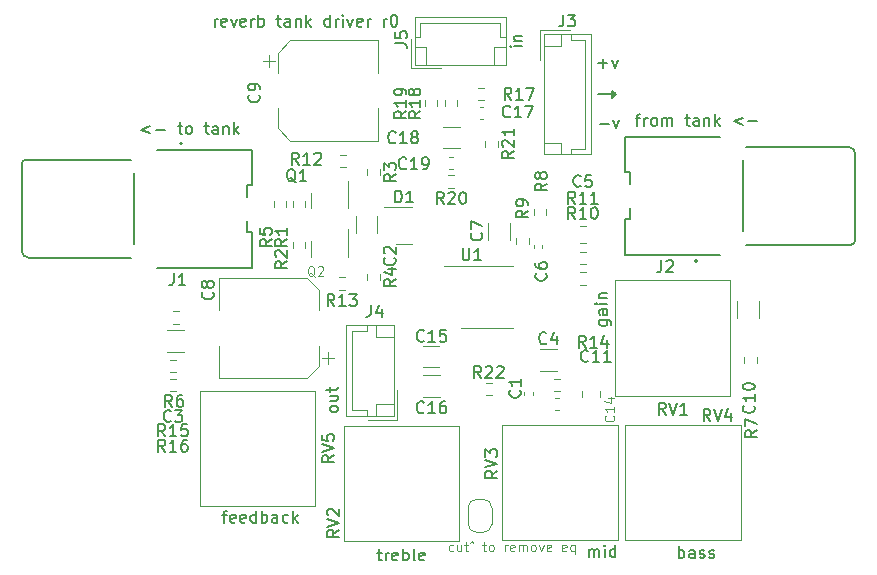
<source format=gbr>
%TF.GenerationSoftware,KiCad,Pcbnew,7.0.1*%
%TF.CreationDate,2023-05-10T23:07:00-04:00*%
%TF.ProjectId,reverb-driver,72657665-7262-42d6-9472-697665722e6b,rev?*%
%TF.SameCoordinates,Original*%
%TF.FileFunction,Legend,Top*%
%TF.FilePolarity,Positive*%
%FSLAX46Y46*%
G04 Gerber Fmt 4.6, Leading zero omitted, Abs format (unit mm)*
G04 Created by KiCad (PCBNEW 7.0.1) date 2023-05-10 23:07:00*
%MOMM*%
%LPD*%
G01*
G04 APERTURE LIST*
%ADD10C,0.150000*%
%ADD11C,0.100000*%
%ADD12C,0.120000*%
%ADD13C,0.127000*%
%ADD14C,0.200000*%
G04 APERTURE END LIST*
D10*
X81600000Y-47900000D02*
X81900000Y-47600000D01*
X81900000Y-47600000D02*
X81600000Y-47300000D01*
X80400000Y-47600000D02*
X81900000Y-47600000D01*
X81600000Y-47300000D02*
X81600000Y-47900000D01*
D11*
X68133333Y-86264000D02*
X68057142Y-86302095D01*
X68057142Y-86302095D02*
X67904761Y-86302095D01*
X67904761Y-86302095D02*
X67828571Y-86264000D01*
X67828571Y-86264000D02*
X67790476Y-86225904D01*
X67790476Y-86225904D02*
X67752380Y-86149714D01*
X67752380Y-86149714D02*
X67752380Y-85921142D01*
X67752380Y-85921142D02*
X67790476Y-85844952D01*
X67790476Y-85844952D02*
X67828571Y-85806857D01*
X67828571Y-85806857D02*
X67904761Y-85768761D01*
X67904761Y-85768761D02*
X68057142Y-85768761D01*
X68057142Y-85768761D02*
X68133333Y-85806857D01*
X68819047Y-85768761D02*
X68819047Y-86302095D01*
X68476190Y-85768761D02*
X68476190Y-86187809D01*
X68476190Y-86187809D02*
X68514285Y-86264000D01*
X68514285Y-86264000D02*
X68590475Y-86302095D01*
X68590475Y-86302095D02*
X68704761Y-86302095D01*
X68704761Y-86302095D02*
X68780952Y-86264000D01*
X68780952Y-86264000D02*
X68819047Y-86225904D01*
X69085714Y-85768761D02*
X69390476Y-85768761D01*
X69200000Y-85502095D02*
X69200000Y-86187809D01*
X69200000Y-86187809D02*
X69238095Y-86264000D01*
X69238095Y-86264000D02*
X69314285Y-86302095D01*
X69314285Y-86302095D02*
X69390476Y-86302095D01*
X69542857Y-85578285D02*
X69695238Y-85464000D01*
X69695238Y-85464000D02*
X69847619Y-85578285D01*
X70609524Y-85768761D02*
X70914286Y-85768761D01*
X70723810Y-85502095D02*
X70723810Y-86187809D01*
X70723810Y-86187809D02*
X70761905Y-86264000D01*
X70761905Y-86264000D02*
X70838095Y-86302095D01*
X70838095Y-86302095D02*
X70914286Y-86302095D01*
X71295238Y-86302095D02*
X71219048Y-86264000D01*
X71219048Y-86264000D02*
X71180953Y-86225904D01*
X71180953Y-86225904D02*
X71142857Y-86149714D01*
X71142857Y-86149714D02*
X71142857Y-85921142D01*
X71142857Y-85921142D02*
X71180953Y-85844952D01*
X71180953Y-85844952D02*
X71219048Y-85806857D01*
X71219048Y-85806857D02*
X71295238Y-85768761D01*
X71295238Y-85768761D02*
X71409524Y-85768761D01*
X71409524Y-85768761D02*
X71485715Y-85806857D01*
X71485715Y-85806857D02*
X71523810Y-85844952D01*
X71523810Y-85844952D02*
X71561905Y-85921142D01*
X71561905Y-85921142D02*
X71561905Y-86149714D01*
X71561905Y-86149714D02*
X71523810Y-86225904D01*
X71523810Y-86225904D02*
X71485715Y-86264000D01*
X71485715Y-86264000D02*
X71409524Y-86302095D01*
X71409524Y-86302095D02*
X71295238Y-86302095D01*
X72514287Y-86302095D02*
X72514287Y-85768761D01*
X72514287Y-85921142D02*
X72552382Y-85844952D01*
X72552382Y-85844952D02*
X72590477Y-85806857D01*
X72590477Y-85806857D02*
X72666668Y-85768761D01*
X72666668Y-85768761D02*
X72742858Y-85768761D01*
X73314287Y-86264000D02*
X73238096Y-86302095D01*
X73238096Y-86302095D02*
X73085715Y-86302095D01*
X73085715Y-86302095D02*
X73009525Y-86264000D01*
X73009525Y-86264000D02*
X72971429Y-86187809D01*
X72971429Y-86187809D02*
X72971429Y-85883047D01*
X72971429Y-85883047D02*
X73009525Y-85806857D01*
X73009525Y-85806857D02*
X73085715Y-85768761D01*
X73085715Y-85768761D02*
X73238096Y-85768761D01*
X73238096Y-85768761D02*
X73314287Y-85806857D01*
X73314287Y-85806857D02*
X73352382Y-85883047D01*
X73352382Y-85883047D02*
X73352382Y-85959238D01*
X73352382Y-85959238D02*
X72971429Y-86035428D01*
X73695239Y-86302095D02*
X73695239Y-85768761D01*
X73695239Y-85844952D02*
X73733334Y-85806857D01*
X73733334Y-85806857D02*
X73809524Y-85768761D01*
X73809524Y-85768761D02*
X73923810Y-85768761D01*
X73923810Y-85768761D02*
X74000001Y-85806857D01*
X74000001Y-85806857D02*
X74038096Y-85883047D01*
X74038096Y-85883047D02*
X74038096Y-86302095D01*
X74038096Y-85883047D02*
X74076191Y-85806857D01*
X74076191Y-85806857D02*
X74152382Y-85768761D01*
X74152382Y-85768761D02*
X74266667Y-85768761D01*
X74266667Y-85768761D02*
X74342858Y-85806857D01*
X74342858Y-85806857D02*
X74380953Y-85883047D01*
X74380953Y-85883047D02*
X74380953Y-86302095D01*
X74876191Y-86302095D02*
X74800001Y-86264000D01*
X74800001Y-86264000D02*
X74761906Y-86225904D01*
X74761906Y-86225904D02*
X74723810Y-86149714D01*
X74723810Y-86149714D02*
X74723810Y-85921142D01*
X74723810Y-85921142D02*
X74761906Y-85844952D01*
X74761906Y-85844952D02*
X74800001Y-85806857D01*
X74800001Y-85806857D02*
X74876191Y-85768761D01*
X74876191Y-85768761D02*
X74990477Y-85768761D01*
X74990477Y-85768761D02*
X75066668Y-85806857D01*
X75066668Y-85806857D02*
X75104763Y-85844952D01*
X75104763Y-85844952D02*
X75142858Y-85921142D01*
X75142858Y-85921142D02*
X75142858Y-86149714D01*
X75142858Y-86149714D02*
X75104763Y-86225904D01*
X75104763Y-86225904D02*
X75066668Y-86264000D01*
X75066668Y-86264000D02*
X74990477Y-86302095D01*
X74990477Y-86302095D02*
X74876191Y-86302095D01*
X75409525Y-85768761D02*
X75600001Y-86302095D01*
X75600001Y-86302095D02*
X75790478Y-85768761D01*
X76400002Y-86264000D02*
X76323811Y-86302095D01*
X76323811Y-86302095D02*
X76171430Y-86302095D01*
X76171430Y-86302095D02*
X76095240Y-86264000D01*
X76095240Y-86264000D02*
X76057144Y-86187809D01*
X76057144Y-86187809D02*
X76057144Y-85883047D01*
X76057144Y-85883047D02*
X76095240Y-85806857D01*
X76095240Y-85806857D02*
X76171430Y-85768761D01*
X76171430Y-85768761D02*
X76323811Y-85768761D01*
X76323811Y-85768761D02*
X76400002Y-85806857D01*
X76400002Y-85806857D02*
X76438097Y-85883047D01*
X76438097Y-85883047D02*
X76438097Y-85959238D01*
X76438097Y-85959238D02*
X76057144Y-86035428D01*
X77695240Y-86264000D02*
X77619049Y-86302095D01*
X77619049Y-86302095D02*
X77466668Y-86302095D01*
X77466668Y-86302095D02*
X77390478Y-86264000D01*
X77390478Y-86264000D02*
X77352382Y-86187809D01*
X77352382Y-86187809D02*
X77352382Y-85883047D01*
X77352382Y-85883047D02*
X77390478Y-85806857D01*
X77390478Y-85806857D02*
X77466668Y-85768761D01*
X77466668Y-85768761D02*
X77619049Y-85768761D01*
X77619049Y-85768761D02*
X77695240Y-85806857D01*
X77695240Y-85806857D02*
X77733335Y-85883047D01*
X77733335Y-85883047D02*
X77733335Y-85959238D01*
X77733335Y-85959238D02*
X77352382Y-86035428D01*
X78419049Y-85768761D02*
X78419049Y-86568761D01*
X78419049Y-86264000D02*
X78342858Y-86302095D01*
X78342858Y-86302095D02*
X78190477Y-86302095D01*
X78190477Y-86302095D02*
X78114287Y-86264000D01*
X78114287Y-86264000D02*
X78076192Y-86225904D01*
X78076192Y-86225904D02*
X78038096Y-86149714D01*
X78038096Y-86149714D02*
X78038096Y-85921142D01*
X78038096Y-85921142D02*
X78076192Y-85844952D01*
X78076192Y-85844952D02*
X78114287Y-85806857D01*
X78114287Y-85806857D02*
X78190477Y-85768761D01*
X78190477Y-85768761D02*
X78342858Y-85768761D01*
X78342858Y-85768761D02*
X78419049Y-85806857D01*
D10*
X48595238Y-83210952D02*
X48976190Y-83210952D01*
X48738095Y-83877619D02*
X48738095Y-83020476D01*
X48738095Y-83020476D02*
X48785714Y-82925238D01*
X48785714Y-82925238D02*
X48880952Y-82877619D01*
X48880952Y-82877619D02*
X48976190Y-82877619D01*
X49690476Y-83830000D02*
X49595238Y-83877619D01*
X49595238Y-83877619D02*
X49404762Y-83877619D01*
X49404762Y-83877619D02*
X49309524Y-83830000D01*
X49309524Y-83830000D02*
X49261905Y-83734761D01*
X49261905Y-83734761D02*
X49261905Y-83353809D01*
X49261905Y-83353809D02*
X49309524Y-83258571D01*
X49309524Y-83258571D02*
X49404762Y-83210952D01*
X49404762Y-83210952D02*
X49595238Y-83210952D01*
X49595238Y-83210952D02*
X49690476Y-83258571D01*
X49690476Y-83258571D02*
X49738095Y-83353809D01*
X49738095Y-83353809D02*
X49738095Y-83449047D01*
X49738095Y-83449047D02*
X49261905Y-83544285D01*
X50547619Y-83830000D02*
X50452381Y-83877619D01*
X50452381Y-83877619D02*
X50261905Y-83877619D01*
X50261905Y-83877619D02*
X50166667Y-83830000D01*
X50166667Y-83830000D02*
X50119048Y-83734761D01*
X50119048Y-83734761D02*
X50119048Y-83353809D01*
X50119048Y-83353809D02*
X50166667Y-83258571D01*
X50166667Y-83258571D02*
X50261905Y-83210952D01*
X50261905Y-83210952D02*
X50452381Y-83210952D01*
X50452381Y-83210952D02*
X50547619Y-83258571D01*
X50547619Y-83258571D02*
X50595238Y-83353809D01*
X50595238Y-83353809D02*
X50595238Y-83449047D01*
X50595238Y-83449047D02*
X50119048Y-83544285D01*
X51452381Y-83877619D02*
X51452381Y-82877619D01*
X51452381Y-83830000D02*
X51357143Y-83877619D01*
X51357143Y-83877619D02*
X51166667Y-83877619D01*
X51166667Y-83877619D02*
X51071429Y-83830000D01*
X51071429Y-83830000D02*
X51023810Y-83782380D01*
X51023810Y-83782380D02*
X50976191Y-83687142D01*
X50976191Y-83687142D02*
X50976191Y-83401428D01*
X50976191Y-83401428D02*
X51023810Y-83306190D01*
X51023810Y-83306190D02*
X51071429Y-83258571D01*
X51071429Y-83258571D02*
X51166667Y-83210952D01*
X51166667Y-83210952D02*
X51357143Y-83210952D01*
X51357143Y-83210952D02*
X51452381Y-83258571D01*
X51928572Y-83877619D02*
X51928572Y-82877619D01*
X51928572Y-83258571D02*
X52023810Y-83210952D01*
X52023810Y-83210952D02*
X52214286Y-83210952D01*
X52214286Y-83210952D02*
X52309524Y-83258571D01*
X52309524Y-83258571D02*
X52357143Y-83306190D01*
X52357143Y-83306190D02*
X52404762Y-83401428D01*
X52404762Y-83401428D02*
X52404762Y-83687142D01*
X52404762Y-83687142D02*
X52357143Y-83782380D01*
X52357143Y-83782380D02*
X52309524Y-83830000D01*
X52309524Y-83830000D02*
X52214286Y-83877619D01*
X52214286Y-83877619D02*
X52023810Y-83877619D01*
X52023810Y-83877619D02*
X51928572Y-83830000D01*
X53261905Y-83877619D02*
X53261905Y-83353809D01*
X53261905Y-83353809D02*
X53214286Y-83258571D01*
X53214286Y-83258571D02*
X53119048Y-83210952D01*
X53119048Y-83210952D02*
X52928572Y-83210952D01*
X52928572Y-83210952D02*
X52833334Y-83258571D01*
X53261905Y-83830000D02*
X53166667Y-83877619D01*
X53166667Y-83877619D02*
X52928572Y-83877619D01*
X52928572Y-83877619D02*
X52833334Y-83830000D01*
X52833334Y-83830000D02*
X52785715Y-83734761D01*
X52785715Y-83734761D02*
X52785715Y-83639523D01*
X52785715Y-83639523D02*
X52833334Y-83544285D01*
X52833334Y-83544285D02*
X52928572Y-83496666D01*
X52928572Y-83496666D02*
X53166667Y-83496666D01*
X53166667Y-83496666D02*
X53261905Y-83449047D01*
X54166667Y-83830000D02*
X54071429Y-83877619D01*
X54071429Y-83877619D02*
X53880953Y-83877619D01*
X53880953Y-83877619D02*
X53785715Y-83830000D01*
X53785715Y-83830000D02*
X53738096Y-83782380D01*
X53738096Y-83782380D02*
X53690477Y-83687142D01*
X53690477Y-83687142D02*
X53690477Y-83401428D01*
X53690477Y-83401428D02*
X53738096Y-83306190D01*
X53738096Y-83306190D02*
X53785715Y-83258571D01*
X53785715Y-83258571D02*
X53880953Y-83210952D01*
X53880953Y-83210952D02*
X54071429Y-83210952D01*
X54071429Y-83210952D02*
X54166667Y-83258571D01*
X54595239Y-83877619D02*
X54595239Y-82877619D01*
X54690477Y-83496666D02*
X54976191Y-83877619D01*
X54976191Y-83210952D02*
X54595239Y-83591904D01*
X61695238Y-86410952D02*
X62076190Y-86410952D01*
X61838095Y-86077619D02*
X61838095Y-86934761D01*
X61838095Y-86934761D02*
X61885714Y-87030000D01*
X61885714Y-87030000D02*
X61980952Y-87077619D01*
X61980952Y-87077619D02*
X62076190Y-87077619D01*
X62409524Y-87077619D02*
X62409524Y-86410952D01*
X62409524Y-86601428D02*
X62457143Y-86506190D01*
X62457143Y-86506190D02*
X62504762Y-86458571D01*
X62504762Y-86458571D02*
X62600000Y-86410952D01*
X62600000Y-86410952D02*
X62695238Y-86410952D01*
X63409524Y-87030000D02*
X63314286Y-87077619D01*
X63314286Y-87077619D02*
X63123810Y-87077619D01*
X63123810Y-87077619D02*
X63028572Y-87030000D01*
X63028572Y-87030000D02*
X62980953Y-86934761D01*
X62980953Y-86934761D02*
X62980953Y-86553809D01*
X62980953Y-86553809D02*
X63028572Y-86458571D01*
X63028572Y-86458571D02*
X63123810Y-86410952D01*
X63123810Y-86410952D02*
X63314286Y-86410952D01*
X63314286Y-86410952D02*
X63409524Y-86458571D01*
X63409524Y-86458571D02*
X63457143Y-86553809D01*
X63457143Y-86553809D02*
X63457143Y-86649047D01*
X63457143Y-86649047D02*
X62980953Y-86744285D01*
X63885715Y-87077619D02*
X63885715Y-86077619D01*
X63885715Y-86458571D02*
X63980953Y-86410952D01*
X63980953Y-86410952D02*
X64171429Y-86410952D01*
X64171429Y-86410952D02*
X64266667Y-86458571D01*
X64266667Y-86458571D02*
X64314286Y-86506190D01*
X64314286Y-86506190D02*
X64361905Y-86601428D01*
X64361905Y-86601428D02*
X64361905Y-86887142D01*
X64361905Y-86887142D02*
X64314286Y-86982380D01*
X64314286Y-86982380D02*
X64266667Y-87030000D01*
X64266667Y-87030000D02*
X64171429Y-87077619D01*
X64171429Y-87077619D02*
X63980953Y-87077619D01*
X63980953Y-87077619D02*
X63885715Y-87030000D01*
X64933334Y-87077619D02*
X64838096Y-87030000D01*
X64838096Y-87030000D02*
X64790477Y-86934761D01*
X64790477Y-86934761D02*
X64790477Y-86077619D01*
X65695239Y-87030000D02*
X65600001Y-87077619D01*
X65600001Y-87077619D02*
X65409525Y-87077619D01*
X65409525Y-87077619D02*
X65314287Y-87030000D01*
X65314287Y-87030000D02*
X65266668Y-86934761D01*
X65266668Y-86934761D02*
X65266668Y-86553809D01*
X65266668Y-86553809D02*
X65314287Y-86458571D01*
X65314287Y-86458571D02*
X65409525Y-86410952D01*
X65409525Y-86410952D02*
X65600001Y-86410952D01*
X65600001Y-86410952D02*
X65695239Y-86458571D01*
X65695239Y-86458571D02*
X65742858Y-86553809D01*
X65742858Y-86553809D02*
X65742858Y-86649047D01*
X65742858Y-86649047D02*
X65266668Y-86744285D01*
X79638095Y-86777619D02*
X79638095Y-86110952D01*
X79638095Y-86206190D02*
X79685714Y-86158571D01*
X79685714Y-86158571D02*
X79780952Y-86110952D01*
X79780952Y-86110952D02*
X79923809Y-86110952D01*
X79923809Y-86110952D02*
X80019047Y-86158571D01*
X80019047Y-86158571D02*
X80066666Y-86253809D01*
X80066666Y-86253809D02*
X80066666Y-86777619D01*
X80066666Y-86253809D02*
X80114285Y-86158571D01*
X80114285Y-86158571D02*
X80209523Y-86110952D01*
X80209523Y-86110952D02*
X80352380Y-86110952D01*
X80352380Y-86110952D02*
X80447619Y-86158571D01*
X80447619Y-86158571D02*
X80495238Y-86253809D01*
X80495238Y-86253809D02*
X80495238Y-86777619D01*
X80971428Y-86777619D02*
X80971428Y-86110952D01*
X80971428Y-85777619D02*
X80923809Y-85825238D01*
X80923809Y-85825238D02*
X80971428Y-85872857D01*
X80971428Y-85872857D02*
X81019047Y-85825238D01*
X81019047Y-85825238D02*
X80971428Y-85777619D01*
X80971428Y-85777619D02*
X80971428Y-85872857D01*
X81876189Y-86777619D02*
X81876189Y-85777619D01*
X81876189Y-86730000D02*
X81780951Y-86777619D01*
X81780951Y-86777619D02*
X81590475Y-86777619D01*
X81590475Y-86777619D02*
X81495237Y-86730000D01*
X81495237Y-86730000D02*
X81447618Y-86682380D01*
X81447618Y-86682380D02*
X81399999Y-86587142D01*
X81399999Y-86587142D02*
X81399999Y-86301428D01*
X81399999Y-86301428D02*
X81447618Y-86206190D01*
X81447618Y-86206190D02*
X81495237Y-86158571D01*
X81495237Y-86158571D02*
X81590475Y-86110952D01*
X81590475Y-86110952D02*
X81780951Y-86110952D01*
X81780951Y-86110952D02*
X81876189Y-86158571D01*
X73977619Y-43561904D02*
X73310952Y-43561904D01*
X72977619Y-43561904D02*
X73025238Y-43609523D01*
X73025238Y-43609523D02*
X73072857Y-43561904D01*
X73072857Y-43561904D02*
X73025238Y-43514285D01*
X73025238Y-43514285D02*
X72977619Y-43561904D01*
X72977619Y-43561904D02*
X73072857Y-43561904D01*
X73310952Y-43085714D02*
X73977619Y-43085714D01*
X73406190Y-43085714D02*
X73358571Y-43038095D01*
X73358571Y-43038095D02*
X73310952Y-42942857D01*
X73310952Y-42942857D02*
X73310952Y-42800000D01*
X73310952Y-42800000D02*
X73358571Y-42704762D01*
X73358571Y-42704762D02*
X73453809Y-42657143D01*
X73453809Y-42657143D02*
X73977619Y-42657143D01*
X42500000Y-50310952D02*
X41738095Y-50596666D01*
X41738095Y-50596666D02*
X42500000Y-50882380D01*
X42976190Y-50596666D02*
X43738095Y-50596666D01*
X44833333Y-50310952D02*
X45214285Y-50310952D01*
X44976190Y-49977619D02*
X44976190Y-50834761D01*
X44976190Y-50834761D02*
X45023809Y-50930000D01*
X45023809Y-50930000D02*
X45119047Y-50977619D01*
X45119047Y-50977619D02*
X45214285Y-50977619D01*
X45690476Y-50977619D02*
X45595238Y-50930000D01*
X45595238Y-50930000D02*
X45547619Y-50882380D01*
X45547619Y-50882380D02*
X45500000Y-50787142D01*
X45500000Y-50787142D02*
X45500000Y-50501428D01*
X45500000Y-50501428D02*
X45547619Y-50406190D01*
X45547619Y-50406190D02*
X45595238Y-50358571D01*
X45595238Y-50358571D02*
X45690476Y-50310952D01*
X45690476Y-50310952D02*
X45833333Y-50310952D01*
X45833333Y-50310952D02*
X45928571Y-50358571D01*
X45928571Y-50358571D02*
X45976190Y-50406190D01*
X45976190Y-50406190D02*
X46023809Y-50501428D01*
X46023809Y-50501428D02*
X46023809Y-50787142D01*
X46023809Y-50787142D02*
X45976190Y-50882380D01*
X45976190Y-50882380D02*
X45928571Y-50930000D01*
X45928571Y-50930000D02*
X45833333Y-50977619D01*
X45833333Y-50977619D02*
X45690476Y-50977619D01*
X47071429Y-50310952D02*
X47452381Y-50310952D01*
X47214286Y-49977619D02*
X47214286Y-50834761D01*
X47214286Y-50834761D02*
X47261905Y-50930000D01*
X47261905Y-50930000D02*
X47357143Y-50977619D01*
X47357143Y-50977619D02*
X47452381Y-50977619D01*
X48214286Y-50977619D02*
X48214286Y-50453809D01*
X48214286Y-50453809D02*
X48166667Y-50358571D01*
X48166667Y-50358571D02*
X48071429Y-50310952D01*
X48071429Y-50310952D02*
X47880953Y-50310952D01*
X47880953Y-50310952D02*
X47785715Y-50358571D01*
X48214286Y-50930000D02*
X48119048Y-50977619D01*
X48119048Y-50977619D02*
X47880953Y-50977619D01*
X47880953Y-50977619D02*
X47785715Y-50930000D01*
X47785715Y-50930000D02*
X47738096Y-50834761D01*
X47738096Y-50834761D02*
X47738096Y-50739523D01*
X47738096Y-50739523D02*
X47785715Y-50644285D01*
X47785715Y-50644285D02*
X47880953Y-50596666D01*
X47880953Y-50596666D02*
X48119048Y-50596666D01*
X48119048Y-50596666D02*
X48214286Y-50549047D01*
X48690477Y-50310952D02*
X48690477Y-50977619D01*
X48690477Y-50406190D02*
X48738096Y-50358571D01*
X48738096Y-50358571D02*
X48833334Y-50310952D01*
X48833334Y-50310952D02*
X48976191Y-50310952D01*
X48976191Y-50310952D02*
X49071429Y-50358571D01*
X49071429Y-50358571D02*
X49119048Y-50453809D01*
X49119048Y-50453809D02*
X49119048Y-50977619D01*
X49595239Y-50977619D02*
X49595239Y-49977619D01*
X49690477Y-50596666D02*
X49976191Y-50977619D01*
X49976191Y-50310952D02*
X49595239Y-50691904D01*
X80538095Y-50096666D02*
X81300000Y-50096666D01*
X81680952Y-49810952D02*
X81919047Y-50477619D01*
X81919047Y-50477619D02*
X82157142Y-49810952D01*
X80438095Y-44996666D02*
X81200000Y-44996666D01*
X80819047Y-45377619D02*
X80819047Y-44615714D01*
X81580952Y-44710952D02*
X81819047Y-45377619D01*
X81819047Y-45377619D02*
X82057142Y-44710952D01*
X87238095Y-86877619D02*
X87238095Y-85877619D01*
X87238095Y-86258571D02*
X87333333Y-86210952D01*
X87333333Y-86210952D02*
X87523809Y-86210952D01*
X87523809Y-86210952D02*
X87619047Y-86258571D01*
X87619047Y-86258571D02*
X87666666Y-86306190D01*
X87666666Y-86306190D02*
X87714285Y-86401428D01*
X87714285Y-86401428D02*
X87714285Y-86687142D01*
X87714285Y-86687142D02*
X87666666Y-86782380D01*
X87666666Y-86782380D02*
X87619047Y-86830000D01*
X87619047Y-86830000D02*
X87523809Y-86877619D01*
X87523809Y-86877619D02*
X87333333Y-86877619D01*
X87333333Y-86877619D02*
X87238095Y-86830000D01*
X88571428Y-86877619D02*
X88571428Y-86353809D01*
X88571428Y-86353809D02*
X88523809Y-86258571D01*
X88523809Y-86258571D02*
X88428571Y-86210952D01*
X88428571Y-86210952D02*
X88238095Y-86210952D01*
X88238095Y-86210952D02*
X88142857Y-86258571D01*
X88571428Y-86830000D02*
X88476190Y-86877619D01*
X88476190Y-86877619D02*
X88238095Y-86877619D01*
X88238095Y-86877619D02*
X88142857Y-86830000D01*
X88142857Y-86830000D02*
X88095238Y-86734761D01*
X88095238Y-86734761D02*
X88095238Y-86639523D01*
X88095238Y-86639523D02*
X88142857Y-86544285D01*
X88142857Y-86544285D02*
X88238095Y-86496666D01*
X88238095Y-86496666D02*
X88476190Y-86496666D01*
X88476190Y-86496666D02*
X88571428Y-86449047D01*
X89000000Y-86830000D02*
X89095238Y-86877619D01*
X89095238Y-86877619D02*
X89285714Y-86877619D01*
X89285714Y-86877619D02*
X89380952Y-86830000D01*
X89380952Y-86830000D02*
X89428571Y-86734761D01*
X89428571Y-86734761D02*
X89428571Y-86687142D01*
X89428571Y-86687142D02*
X89380952Y-86591904D01*
X89380952Y-86591904D02*
X89285714Y-86544285D01*
X89285714Y-86544285D02*
X89142857Y-86544285D01*
X89142857Y-86544285D02*
X89047619Y-86496666D01*
X89047619Y-86496666D02*
X89000000Y-86401428D01*
X89000000Y-86401428D02*
X89000000Y-86353809D01*
X89000000Y-86353809D02*
X89047619Y-86258571D01*
X89047619Y-86258571D02*
X89142857Y-86210952D01*
X89142857Y-86210952D02*
X89285714Y-86210952D01*
X89285714Y-86210952D02*
X89380952Y-86258571D01*
X89809524Y-86830000D02*
X89904762Y-86877619D01*
X89904762Y-86877619D02*
X90095238Y-86877619D01*
X90095238Y-86877619D02*
X90190476Y-86830000D01*
X90190476Y-86830000D02*
X90238095Y-86734761D01*
X90238095Y-86734761D02*
X90238095Y-86687142D01*
X90238095Y-86687142D02*
X90190476Y-86591904D01*
X90190476Y-86591904D02*
X90095238Y-86544285D01*
X90095238Y-86544285D02*
X89952381Y-86544285D01*
X89952381Y-86544285D02*
X89857143Y-86496666D01*
X89857143Y-86496666D02*
X89809524Y-86401428D01*
X89809524Y-86401428D02*
X89809524Y-86353809D01*
X89809524Y-86353809D02*
X89857143Y-86258571D01*
X89857143Y-86258571D02*
X89952381Y-86210952D01*
X89952381Y-86210952D02*
X90095238Y-86210952D01*
X90095238Y-86210952D02*
X90190476Y-86258571D01*
X80510952Y-66733333D02*
X81320476Y-66733333D01*
X81320476Y-66733333D02*
X81415714Y-66780952D01*
X81415714Y-66780952D02*
X81463333Y-66828571D01*
X81463333Y-66828571D02*
X81510952Y-66923809D01*
X81510952Y-66923809D02*
X81510952Y-67066666D01*
X81510952Y-67066666D02*
X81463333Y-67161904D01*
X81130000Y-66733333D02*
X81177619Y-66828571D01*
X81177619Y-66828571D02*
X81177619Y-67019047D01*
X81177619Y-67019047D02*
X81130000Y-67114285D01*
X81130000Y-67114285D02*
X81082380Y-67161904D01*
X81082380Y-67161904D02*
X80987142Y-67209523D01*
X80987142Y-67209523D02*
X80701428Y-67209523D01*
X80701428Y-67209523D02*
X80606190Y-67161904D01*
X80606190Y-67161904D02*
X80558571Y-67114285D01*
X80558571Y-67114285D02*
X80510952Y-67019047D01*
X80510952Y-67019047D02*
X80510952Y-66828571D01*
X80510952Y-66828571D02*
X80558571Y-66733333D01*
X81177619Y-65828571D02*
X80653809Y-65828571D01*
X80653809Y-65828571D02*
X80558571Y-65876190D01*
X80558571Y-65876190D02*
X80510952Y-65971428D01*
X80510952Y-65971428D02*
X80510952Y-66161904D01*
X80510952Y-66161904D02*
X80558571Y-66257142D01*
X81130000Y-65828571D02*
X81177619Y-65923809D01*
X81177619Y-65923809D02*
X81177619Y-66161904D01*
X81177619Y-66161904D02*
X81130000Y-66257142D01*
X81130000Y-66257142D02*
X81034761Y-66304761D01*
X81034761Y-66304761D02*
X80939523Y-66304761D01*
X80939523Y-66304761D02*
X80844285Y-66257142D01*
X80844285Y-66257142D02*
X80796666Y-66161904D01*
X80796666Y-66161904D02*
X80796666Y-65923809D01*
X80796666Y-65923809D02*
X80749047Y-65828571D01*
X81177619Y-65352380D02*
X80510952Y-65352380D01*
X80177619Y-65352380D02*
X80225238Y-65399999D01*
X80225238Y-65399999D02*
X80272857Y-65352380D01*
X80272857Y-65352380D02*
X80225238Y-65304761D01*
X80225238Y-65304761D02*
X80177619Y-65352380D01*
X80177619Y-65352380D02*
X80272857Y-65352380D01*
X80510952Y-64876190D02*
X81177619Y-64876190D01*
X80606190Y-64876190D02*
X80558571Y-64828571D01*
X80558571Y-64828571D02*
X80510952Y-64733333D01*
X80510952Y-64733333D02*
X80510952Y-64590476D01*
X80510952Y-64590476D02*
X80558571Y-64495238D01*
X80558571Y-64495238D02*
X80653809Y-64447619D01*
X80653809Y-64447619D02*
X81177619Y-64447619D01*
X83595238Y-49610952D02*
X83976190Y-49610952D01*
X83738095Y-50277619D02*
X83738095Y-49420476D01*
X83738095Y-49420476D02*
X83785714Y-49325238D01*
X83785714Y-49325238D02*
X83880952Y-49277619D01*
X83880952Y-49277619D02*
X83976190Y-49277619D01*
X84309524Y-50277619D02*
X84309524Y-49610952D01*
X84309524Y-49801428D02*
X84357143Y-49706190D01*
X84357143Y-49706190D02*
X84404762Y-49658571D01*
X84404762Y-49658571D02*
X84500000Y-49610952D01*
X84500000Y-49610952D02*
X84595238Y-49610952D01*
X85071429Y-50277619D02*
X84976191Y-50230000D01*
X84976191Y-50230000D02*
X84928572Y-50182380D01*
X84928572Y-50182380D02*
X84880953Y-50087142D01*
X84880953Y-50087142D02*
X84880953Y-49801428D01*
X84880953Y-49801428D02*
X84928572Y-49706190D01*
X84928572Y-49706190D02*
X84976191Y-49658571D01*
X84976191Y-49658571D02*
X85071429Y-49610952D01*
X85071429Y-49610952D02*
X85214286Y-49610952D01*
X85214286Y-49610952D02*
X85309524Y-49658571D01*
X85309524Y-49658571D02*
X85357143Y-49706190D01*
X85357143Y-49706190D02*
X85404762Y-49801428D01*
X85404762Y-49801428D02*
X85404762Y-50087142D01*
X85404762Y-50087142D02*
X85357143Y-50182380D01*
X85357143Y-50182380D02*
X85309524Y-50230000D01*
X85309524Y-50230000D02*
X85214286Y-50277619D01*
X85214286Y-50277619D02*
X85071429Y-50277619D01*
X85833334Y-50277619D02*
X85833334Y-49610952D01*
X85833334Y-49706190D02*
X85880953Y-49658571D01*
X85880953Y-49658571D02*
X85976191Y-49610952D01*
X85976191Y-49610952D02*
X86119048Y-49610952D01*
X86119048Y-49610952D02*
X86214286Y-49658571D01*
X86214286Y-49658571D02*
X86261905Y-49753809D01*
X86261905Y-49753809D02*
X86261905Y-50277619D01*
X86261905Y-49753809D02*
X86309524Y-49658571D01*
X86309524Y-49658571D02*
X86404762Y-49610952D01*
X86404762Y-49610952D02*
X86547619Y-49610952D01*
X86547619Y-49610952D02*
X86642858Y-49658571D01*
X86642858Y-49658571D02*
X86690477Y-49753809D01*
X86690477Y-49753809D02*
X86690477Y-50277619D01*
X87785715Y-49610952D02*
X88166667Y-49610952D01*
X87928572Y-49277619D02*
X87928572Y-50134761D01*
X87928572Y-50134761D02*
X87976191Y-50230000D01*
X87976191Y-50230000D02*
X88071429Y-50277619D01*
X88071429Y-50277619D02*
X88166667Y-50277619D01*
X88928572Y-50277619D02*
X88928572Y-49753809D01*
X88928572Y-49753809D02*
X88880953Y-49658571D01*
X88880953Y-49658571D02*
X88785715Y-49610952D01*
X88785715Y-49610952D02*
X88595239Y-49610952D01*
X88595239Y-49610952D02*
X88500001Y-49658571D01*
X88928572Y-50230000D02*
X88833334Y-50277619D01*
X88833334Y-50277619D02*
X88595239Y-50277619D01*
X88595239Y-50277619D02*
X88500001Y-50230000D01*
X88500001Y-50230000D02*
X88452382Y-50134761D01*
X88452382Y-50134761D02*
X88452382Y-50039523D01*
X88452382Y-50039523D02*
X88500001Y-49944285D01*
X88500001Y-49944285D02*
X88595239Y-49896666D01*
X88595239Y-49896666D02*
X88833334Y-49896666D01*
X88833334Y-49896666D02*
X88928572Y-49849047D01*
X89404763Y-49610952D02*
X89404763Y-50277619D01*
X89404763Y-49706190D02*
X89452382Y-49658571D01*
X89452382Y-49658571D02*
X89547620Y-49610952D01*
X89547620Y-49610952D02*
X89690477Y-49610952D01*
X89690477Y-49610952D02*
X89785715Y-49658571D01*
X89785715Y-49658571D02*
X89833334Y-49753809D01*
X89833334Y-49753809D02*
X89833334Y-50277619D01*
X90309525Y-50277619D02*
X90309525Y-49277619D01*
X90404763Y-49896666D02*
X90690477Y-50277619D01*
X90690477Y-49610952D02*
X90309525Y-49991904D01*
X92642859Y-49610952D02*
X91880954Y-49896666D01*
X91880954Y-49896666D02*
X92642859Y-50182380D01*
X93119049Y-49896666D02*
X93880954Y-49896666D01*
X58377619Y-74319047D02*
X58330000Y-74414285D01*
X58330000Y-74414285D02*
X58282380Y-74461904D01*
X58282380Y-74461904D02*
X58187142Y-74509523D01*
X58187142Y-74509523D02*
X57901428Y-74509523D01*
X57901428Y-74509523D02*
X57806190Y-74461904D01*
X57806190Y-74461904D02*
X57758571Y-74414285D01*
X57758571Y-74414285D02*
X57710952Y-74319047D01*
X57710952Y-74319047D02*
X57710952Y-74176190D01*
X57710952Y-74176190D02*
X57758571Y-74080952D01*
X57758571Y-74080952D02*
X57806190Y-74033333D01*
X57806190Y-74033333D02*
X57901428Y-73985714D01*
X57901428Y-73985714D02*
X58187142Y-73985714D01*
X58187142Y-73985714D02*
X58282380Y-74033333D01*
X58282380Y-74033333D02*
X58330000Y-74080952D01*
X58330000Y-74080952D02*
X58377619Y-74176190D01*
X58377619Y-74176190D02*
X58377619Y-74319047D01*
X57710952Y-73128571D02*
X58377619Y-73128571D01*
X57710952Y-73557142D02*
X58234761Y-73557142D01*
X58234761Y-73557142D02*
X58330000Y-73509523D01*
X58330000Y-73509523D02*
X58377619Y-73414285D01*
X58377619Y-73414285D02*
X58377619Y-73271428D01*
X58377619Y-73271428D02*
X58330000Y-73176190D01*
X58330000Y-73176190D02*
X58282380Y-73128571D01*
X57710952Y-72795237D02*
X57710952Y-72414285D01*
X57377619Y-72652380D02*
X58234761Y-72652380D01*
X58234761Y-72652380D02*
X58330000Y-72604761D01*
X58330000Y-72604761D02*
X58377619Y-72509523D01*
X58377619Y-72509523D02*
X58377619Y-72414285D01*
X47938095Y-41877619D02*
X47938095Y-41210952D01*
X47938095Y-41401428D02*
X47985714Y-41306190D01*
X47985714Y-41306190D02*
X48033333Y-41258571D01*
X48033333Y-41258571D02*
X48128571Y-41210952D01*
X48128571Y-41210952D02*
X48223809Y-41210952D01*
X48938095Y-41830000D02*
X48842857Y-41877619D01*
X48842857Y-41877619D02*
X48652381Y-41877619D01*
X48652381Y-41877619D02*
X48557143Y-41830000D01*
X48557143Y-41830000D02*
X48509524Y-41734761D01*
X48509524Y-41734761D02*
X48509524Y-41353809D01*
X48509524Y-41353809D02*
X48557143Y-41258571D01*
X48557143Y-41258571D02*
X48652381Y-41210952D01*
X48652381Y-41210952D02*
X48842857Y-41210952D01*
X48842857Y-41210952D02*
X48938095Y-41258571D01*
X48938095Y-41258571D02*
X48985714Y-41353809D01*
X48985714Y-41353809D02*
X48985714Y-41449047D01*
X48985714Y-41449047D02*
X48509524Y-41544285D01*
X49319048Y-41210952D02*
X49557143Y-41877619D01*
X49557143Y-41877619D02*
X49795238Y-41210952D01*
X50557143Y-41830000D02*
X50461905Y-41877619D01*
X50461905Y-41877619D02*
X50271429Y-41877619D01*
X50271429Y-41877619D02*
X50176191Y-41830000D01*
X50176191Y-41830000D02*
X50128572Y-41734761D01*
X50128572Y-41734761D02*
X50128572Y-41353809D01*
X50128572Y-41353809D02*
X50176191Y-41258571D01*
X50176191Y-41258571D02*
X50271429Y-41210952D01*
X50271429Y-41210952D02*
X50461905Y-41210952D01*
X50461905Y-41210952D02*
X50557143Y-41258571D01*
X50557143Y-41258571D02*
X50604762Y-41353809D01*
X50604762Y-41353809D02*
X50604762Y-41449047D01*
X50604762Y-41449047D02*
X50128572Y-41544285D01*
X51033334Y-41877619D02*
X51033334Y-41210952D01*
X51033334Y-41401428D02*
X51080953Y-41306190D01*
X51080953Y-41306190D02*
X51128572Y-41258571D01*
X51128572Y-41258571D02*
X51223810Y-41210952D01*
X51223810Y-41210952D02*
X51319048Y-41210952D01*
X51652382Y-41877619D02*
X51652382Y-40877619D01*
X51652382Y-41258571D02*
X51747620Y-41210952D01*
X51747620Y-41210952D02*
X51938096Y-41210952D01*
X51938096Y-41210952D02*
X52033334Y-41258571D01*
X52033334Y-41258571D02*
X52080953Y-41306190D01*
X52080953Y-41306190D02*
X52128572Y-41401428D01*
X52128572Y-41401428D02*
X52128572Y-41687142D01*
X52128572Y-41687142D02*
X52080953Y-41782380D01*
X52080953Y-41782380D02*
X52033334Y-41830000D01*
X52033334Y-41830000D02*
X51938096Y-41877619D01*
X51938096Y-41877619D02*
X51747620Y-41877619D01*
X51747620Y-41877619D02*
X51652382Y-41830000D01*
X53176192Y-41210952D02*
X53557144Y-41210952D01*
X53319049Y-40877619D02*
X53319049Y-41734761D01*
X53319049Y-41734761D02*
X53366668Y-41830000D01*
X53366668Y-41830000D02*
X53461906Y-41877619D01*
X53461906Y-41877619D02*
X53557144Y-41877619D01*
X54319049Y-41877619D02*
X54319049Y-41353809D01*
X54319049Y-41353809D02*
X54271430Y-41258571D01*
X54271430Y-41258571D02*
X54176192Y-41210952D01*
X54176192Y-41210952D02*
X53985716Y-41210952D01*
X53985716Y-41210952D02*
X53890478Y-41258571D01*
X54319049Y-41830000D02*
X54223811Y-41877619D01*
X54223811Y-41877619D02*
X53985716Y-41877619D01*
X53985716Y-41877619D02*
X53890478Y-41830000D01*
X53890478Y-41830000D02*
X53842859Y-41734761D01*
X53842859Y-41734761D02*
X53842859Y-41639523D01*
X53842859Y-41639523D02*
X53890478Y-41544285D01*
X53890478Y-41544285D02*
X53985716Y-41496666D01*
X53985716Y-41496666D02*
X54223811Y-41496666D01*
X54223811Y-41496666D02*
X54319049Y-41449047D01*
X54795240Y-41210952D02*
X54795240Y-41877619D01*
X54795240Y-41306190D02*
X54842859Y-41258571D01*
X54842859Y-41258571D02*
X54938097Y-41210952D01*
X54938097Y-41210952D02*
X55080954Y-41210952D01*
X55080954Y-41210952D02*
X55176192Y-41258571D01*
X55176192Y-41258571D02*
X55223811Y-41353809D01*
X55223811Y-41353809D02*
X55223811Y-41877619D01*
X55700002Y-41877619D02*
X55700002Y-40877619D01*
X55795240Y-41496666D02*
X56080954Y-41877619D01*
X56080954Y-41210952D02*
X55700002Y-41591904D01*
X57700002Y-41877619D02*
X57700002Y-40877619D01*
X57700002Y-41830000D02*
X57604764Y-41877619D01*
X57604764Y-41877619D02*
X57414288Y-41877619D01*
X57414288Y-41877619D02*
X57319050Y-41830000D01*
X57319050Y-41830000D02*
X57271431Y-41782380D01*
X57271431Y-41782380D02*
X57223812Y-41687142D01*
X57223812Y-41687142D02*
X57223812Y-41401428D01*
X57223812Y-41401428D02*
X57271431Y-41306190D01*
X57271431Y-41306190D02*
X57319050Y-41258571D01*
X57319050Y-41258571D02*
X57414288Y-41210952D01*
X57414288Y-41210952D02*
X57604764Y-41210952D01*
X57604764Y-41210952D02*
X57700002Y-41258571D01*
X58176193Y-41877619D02*
X58176193Y-41210952D01*
X58176193Y-41401428D02*
X58223812Y-41306190D01*
X58223812Y-41306190D02*
X58271431Y-41258571D01*
X58271431Y-41258571D02*
X58366669Y-41210952D01*
X58366669Y-41210952D02*
X58461907Y-41210952D01*
X58795241Y-41877619D02*
X58795241Y-41210952D01*
X58795241Y-40877619D02*
X58747622Y-40925238D01*
X58747622Y-40925238D02*
X58795241Y-40972857D01*
X58795241Y-40972857D02*
X58842860Y-40925238D01*
X58842860Y-40925238D02*
X58795241Y-40877619D01*
X58795241Y-40877619D02*
X58795241Y-40972857D01*
X59176193Y-41210952D02*
X59414288Y-41877619D01*
X59414288Y-41877619D02*
X59652383Y-41210952D01*
X60414288Y-41830000D02*
X60319050Y-41877619D01*
X60319050Y-41877619D02*
X60128574Y-41877619D01*
X60128574Y-41877619D02*
X60033336Y-41830000D01*
X60033336Y-41830000D02*
X59985717Y-41734761D01*
X59985717Y-41734761D02*
X59985717Y-41353809D01*
X59985717Y-41353809D02*
X60033336Y-41258571D01*
X60033336Y-41258571D02*
X60128574Y-41210952D01*
X60128574Y-41210952D02*
X60319050Y-41210952D01*
X60319050Y-41210952D02*
X60414288Y-41258571D01*
X60414288Y-41258571D02*
X60461907Y-41353809D01*
X60461907Y-41353809D02*
X60461907Y-41449047D01*
X60461907Y-41449047D02*
X59985717Y-41544285D01*
X60890479Y-41877619D02*
X60890479Y-41210952D01*
X60890479Y-41401428D02*
X60938098Y-41306190D01*
X60938098Y-41306190D02*
X60985717Y-41258571D01*
X60985717Y-41258571D02*
X61080955Y-41210952D01*
X61080955Y-41210952D02*
X61176193Y-41210952D01*
X62271432Y-41877619D02*
X62271432Y-41210952D01*
X62271432Y-41401428D02*
X62319051Y-41306190D01*
X62319051Y-41306190D02*
X62366670Y-41258571D01*
X62366670Y-41258571D02*
X62461908Y-41210952D01*
X62461908Y-41210952D02*
X62557146Y-41210952D01*
X63080956Y-40877619D02*
X63176194Y-40877619D01*
X63176194Y-40877619D02*
X63271432Y-40925238D01*
X63271432Y-40925238D02*
X63319051Y-40972857D01*
X63319051Y-40972857D02*
X63366670Y-41068095D01*
X63366670Y-41068095D02*
X63414289Y-41258571D01*
X63414289Y-41258571D02*
X63414289Y-41496666D01*
X63414289Y-41496666D02*
X63366670Y-41687142D01*
X63366670Y-41687142D02*
X63319051Y-41782380D01*
X63319051Y-41782380D02*
X63271432Y-41830000D01*
X63271432Y-41830000D02*
X63176194Y-41877619D01*
X63176194Y-41877619D02*
X63080956Y-41877619D01*
X63080956Y-41877619D02*
X62985718Y-41830000D01*
X62985718Y-41830000D02*
X62938099Y-41782380D01*
X62938099Y-41782380D02*
X62890480Y-41687142D01*
X62890480Y-41687142D02*
X62842861Y-41496666D01*
X62842861Y-41496666D02*
X62842861Y-41258571D01*
X62842861Y-41258571D02*
X62890480Y-41068095D01*
X62890480Y-41068095D02*
X62938099Y-40972857D01*
X62938099Y-40972857D02*
X62985718Y-40925238D01*
X62985718Y-40925238D02*
X63080956Y-40877619D01*
%TO.C,J2*%
X85763932Y-61658210D02*
X85763932Y-62378357D01*
X85763932Y-62378357D02*
X85715922Y-62522386D01*
X85715922Y-62522386D02*
X85619903Y-62618406D01*
X85619903Y-62618406D02*
X85475873Y-62666415D01*
X85475873Y-62666415D02*
X85379854Y-62666415D01*
X86196020Y-61754230D02*
X86244029Y-61706220D01*
X86244029Y-61706220D02*
X86340049Y-61658210D01*
X86340049Y-61658210D02*
X86580098Y-61658210D01*
X86580098Y-61658210D02*
X86676117Y-61706220D01*
X86676117Y-61706220D02*
X86724127Y-61754230D01*
X86724127Y-61754230D02*
X86772137Y-61850249D01*
X86772137Y-61850249D02*
X86772137Y-61946269D01*
X86772137Y-61946269D02*
X86724127Y-62090298D01*
X86724127Y-62090298D02*
X86148010Y-62666415D01*
X86148010Y-62666415D02*
X86772137Y-62666415D01*
%TO.C,U1*%
X68938095Y-60662619D02*
X68938095Y-61472142D01*
X68938095Y-61472142D02*
X68985714Y-61567380D01*
X68985714Y-61567380D02*
X69033333Y-61615000D01*
X69033333Y-61615000D02*
X69128571Y-61662619D01*
X69128571Y-61662619D02*
X69319047Y-61662619D01*
X69319047Y-61662619D02*
X69414285Y-61615000D01*
X69414285Y-61615000D02*
X69461904Y-61567380D01*
X69461904Y-61567380D02*
X69509523Y-61472142D01*
X69509523Y-61472142D02*
X69509523Y-60662619D01*
X70509523Y-61662619D02*
X69938095Y-61662619D01*
X70223809Y-61662619D02*
X70223809Y-60662619D01*
X70223809Y-60662619D02*
X70128571Y-60805476D01*
X70128571Y-60805476D02*
X70033333Y-60900714D01*
X70033333Y-60900714D02*
X69938095Y-60948333D01*
%TO.C,C17*%
X72957142Y-49467380D02*
X72909523Y-49515000D01*
X72909523Y-49515000D02*
X72766666Y-49562619D01*
X72766666Y-49562619D02*
X72671428Y-49562619D01*
X72671428Y-49562619D02*
X72528571Y-49515000D01*
X72528571Y-49515000D02*
X72433333Y-49419761D01*
X72433333Y-49419761D02*
X72385714Y-49324523D01*
X72385714Y-49324523D02*
X72338095Y-49134047D01*
X72338095Y-49134047D02*
X72338095Y-48991190D01*
X72338095Y-48991190D02*
X72385714Y-48800714D01*
X72385714Y-48800714D02*
X72433333Y-48705476D01*
X72433333Y-48705476D02*
X72528571Y-48610238D01*
X72528571Y-48610238D02*
X72671428Y-48562619D01*
X72671428Y-48562619D02*
X72766666Y-48562619D01*
X72766666Y-48562619D02*
X72909523Y-48610238D01*
X72909523Y-48610238D02*
X72957142Y-48657857D01*
X73909523Y-49562619D02*
X73338095Y-49562619D01*
X73623809Y-49562619D02*
X73623809Y-48562619D01*
X73623809Y-48562619D02*
X73528571Y-48705476D01*
X73528571Y-48705476D02*
X73433333Y-48800714D01*
X73433333Y-48800714D02*
X73338095Y-48848333D01*
X74242857Y-48562619D02*
X74909523Y-48562619D01*
X74909523Y-48562619D02*
X74480952Y-49562619D01*
%TO.C,R13*%
X58069642Y-65530119D02*
X57736309Y-65053928D01*
X57498214Y-65530119D02*
X57498214Y-64530119D01*
X57498214Y-64530119D02*
X57879166Y-64530119D01*
X57879166Y-64530119D02*
X57974404Y-64577738D01*
X57974404Y-64577738D02*
X58022023Y-64625357D01*
X58022023Y-64625357D02*
X58069642Y-64720595D01*
X58069642Y-64720595D02*
X58069642Y-64863452D01*
X58069642Y-64863452D02*
X58022023Y-64958690D01*
X58022023Y-64958690D02*
X57974404Y-65006309D01*
X57974404Y-65006309D02*
X57879166Y-65053928D01*
X57879166Y-65053928D02*
X57498214Y-65053928D01*
X59022023Y-65530119D02*
X58450595Y-65530119D01*
X58736309Y-65530119D02*
X58736309Y-64530119D01*
X58736309Y-64530119D02*
X58641071Y-64672976D01*
X58641071Y-64672976D02*
X58545833Y-64768214D01*
X58545833Y-64768214D02*
X58450595Y-64815833D01*
X59355357Y-64530119D02*
X59974404Y-64530119D01*
X59974404Y-64530119D02*
X59641071Y-64911071D01*
X59641071Y-64911071D02*
X59783928Y-64911071D01*
X59783928Y-64911071D02*
X59879166Y-64958690D01*
X59879166Y-64958690D02*
X59926785Y-65006309D01*
X59926785Y-65006309D02*
X59974404Y-65101547D01*
X59974404Y-65101547D02*
X59974404Y-65339642D01*
X59974404Y-65339642D02*
X59926785Y-65434880D01*
X59926785Y-65434880D02*
X59879166Y-65482500D01*
X59879166Y-65482500D02*
X59783928Y-65530119D01*
X59783928Y-65530119D02*
X59498214Y-65530119D01*
X59498214Y-65530119D02*
X59402976Y-65482500D01*
X59402976Y-65482500D02*
X59355357Y-65434880D01*
%TO.C,J5*%
X63212619Y-43293333D02*
X63926904Y-43293333D01*
X63926904Y-43293333D02*
X64069761Y-43340952D01*
X64069761Y-43340952D02*
X64165000Y-43436190D01*
X64165000Y-43436190D02*
X64212619Y-43579047D01*
X64212619Y-43579047D02*
X64212619Y-43674285D01*
X63212619Y-42340952D02*
X63212619Y-42817142D01*
X63212619Y-42817142D02*
X63688809Y-42864761D01*
X63688809Y-42864761D02*
X63641190Y-42817142D01*
X63641190Y-42817142D02*
X63593571Y-42721904D01*
X63593571Y-42721904D02*
X63593571Y-42483809D01*
X63593571Y-42483809D02*
X63641190Y-42388571D01*
X63641190Y-42388571D02*
X63688809Y-42340952D01*
X63688809Y-42340952D02*
X63784047Y-42293333D01*
X63784047Y-42293333D02*
X64022142Y-42293333D01*
X64022142Y-42293333D02*
X64117380Y-42340952D01*
X64117380Y-42340952D02*
X64165000Y-42388571D01*
X64165000Y-42388571D02*
X64212619Y-42483809D01*
X64212619Y-42483809D02*
X64212619Y-42721904D01*
X64212619Y-42721904D02*
X64165000Y-42817142D01*
X64165000Y-42817142D02*
X64117380Y-42864761D01*
%TO.C,J1*%
X44463932Y-62758210D02*
X44463932Y-63478357D01*
X44463932Y-63478357D02*
X44415922Y-63622386D01*
X44415922Y-63622386D02*
X44319903Y-63718406D01*
X44319903Y-63718406D02*
X44175873Y-63766415D01*
X44175873Y-63766415D02*
X44079854Y-63766415D01*
X45472137Y-63766415D02*
X44896020Y-63766415D01*
X45184078Y-63766415D02*
X45184078Y-62758210D01*
X45184078Y-62758210D02*
X45088059Y-62902240D01*
X45088059Y-62902240D02*
X44992039Y-62998259D01*
X44992039Y-62998259D02*
X44896020Y-63046269D01*
%TO.C,C19*%
X64157142Y-53867380D02*
X64109523Y-53915000D01*
X64109523Y-53915000D02*
X63966666Y-53962619D01*
X63966666Y-53962619D02*
X63871428Y-53962619D01*
X63871428Y-53962619D02*
X63728571Y-53915000D01*
X63728571Y-53915000D02*
X63633333Y-53819761D01*
X63633333Y-53819761D02*
X63585714Y-53724523D01*
X63585714Y-53724523D02*
X63538095Y-53534047D01*
X63538095Y-53534047D02*
X63538095Y-53391190D01*
X63538095Y-53391190D02*
X63585714Y-53200714D01*
X63585714Y-53200714D02*
X63633333Y-53105476D01*
X63633333Y-53105476D02*
X63728571Y-53010238D01*
X63728571Y-53010238D02*
X63871428Y-52962619D01*
X63871428Y-52962619D02*
X63966666Y-52962619D01*
X63966666Y-52962619D02*
X64109523Y-53010238D01*
X64109523Y-53010238D02*
X64157142Y-53057857D01*
X65109523Y-53962619D02*
X64538095Y-53962619D01*
X64823809Y-53962619D02*
X64823809Y-52962619D01*
X64823809Y-52962619D02*
X64728571Y-53105476D01*
X64728571Y-53105476D02*
X64633333Y-53200714D01*
X64633333Y-53200714D02*
X64538095Y-53248333D01*
X65585714Y-53962619D02*
X65776190Y-53962619D01*
X65776190Y-53962619D02*
X65871428Y-53915000D01*
X65871428Y-53915000D02*
X65919047Y-53867380D01*
X65919047Y-53867380D02*
X66014285Y-53724523D01*
X66014285Y-53724523D02*
X66061904Y-53534047D01*
X66061904Y-53534047D02*
X66061904Y-53153095D01*
X66061904Y-53153095D02*
X66014285Y-53057857D01*
X66014285Y-53057857D02*
X65966666Y-53010238D01*
X65966666Y-53010238D02*
X65871428Y-52962619D01*
X65871428Y-52962619D02*
X65680952Y-52962619D01*
X65680952Y-52962619D02*
X65585714Y-53010238D01*
X65585714Y-53010238D02*
X65538095Y-53057857D01*
X65538095Y-53057857D02*
X65490476Y-53153095D01*
X65490476Y-53153095D02*
X65490476Y-53391190D01*
X65490476Y-53391190D02*
X65538095Y-53486428D01*
X65538095Y-53486428D02*
X65585714Y-53534047D01*
X65585714Y-53534047D02*
X65680952Y-53581666D01*
X65680952Y-53581666D02*
X65871428Y-53581666D01*
X65871428Y-53581666D02*
X65966666Y-53534047D01*
X65966666Y-53534047D02*
X66014285Y-53486428D01*
X66014285Y-53486428D02*
X66061904Y-53391190D01*
%TO.C,C11*%
X79557142Y-70167380D02*
X79509523Y-70215000D01*
X79509523Y-70215000D02*
X79366666Y-70262619D01*
X79366666Y-70262619D02*
X79271428Y-70262619D01*
X79271428Y-70262619D02*
X79128571Y-70215000D01*
X79128571Y-70215000D02*
X79033333Y-70119761D01*
X79033333Y-70119761D02*
X78985714Y-70024523D01*
X78985714Y-70024523D02*
X78938095Y-69834047D01*
X78938095Y-69834047D02*
X78938095Y-69691190D01*
X78938095Y-69691190D02*
X78985714Y-69500714D01*
X78985714Y-69500714D02*
X79033333Y-69405476D01*
X79033333Y-69405476D02*
X79128571Y-69310238D01*
X79128571Y-69310238D02*
X79271428Y-69262619D01*
X79271428Y-69262619D02*
X79366666Y-69262619D01*
X79366666Y-69262619D02*
X79509523Y-69310238D01*
X79509523Y-69310238D02*
X79557142Y-69357857D01*
X80509523Y-70262619D02*
X79938095Y-70262619D01*
X80223809Y-70262619D02*
X80223809Y-69262619D01*
X80223809Y-69262619D02*
X80128571Y-69405476D01*
X80128571Y-69405476D02*
X80033333Y-69500714D01*
X80033333Y-69500714D02*
X79938095Y-69548333D01*
X81461904Y-70262619D02*
X80890476Y-70262619D01*
X81176190Y-70262619D02*
X81176190Y-69262619D01*
X81176190Y-69262619D02*
X81080952Y-69405476D01*
X81080952Y-69405476D02*
X80985714Y-69500714D01*
X80985714Y-69500714D02*
X80890476Y-69548333D01*
%TO.C,J4*%
X61166666Y-65462619D02*
X61166666Y-66176904D01*
X61166666Y-66176904D02*
X61119047Y-66319761D01*
X61119047Y-66319761D02*
X61023809Y-66415000D01*
X61023809Y-66415000D02*
X60880952Y-66462619D01*
X60880952Y-66462619D02*
X60785714Y-66462619D01*
X62071428Y-65795952D02*
X62071428Y-66462619D01*
X61833333Y-65415000D02*
X61595238Y-66129285D01*
X61595238Y-66129285D02*
X62214285Y-66129285D01*
%TO.C,R10*%
X78457142Y-58162619D02*
X78123809Y-57686428D01*
X77885714Y-58162619D02*
X77885714Y-57162619D01*
X77885714Y-57162619D02*
X78266666Y-57162619D01*
X78266666Y-57162619D02*
X78361904Y-57210238D01*
X78361904Y-57210238D02*
X78409523Y-57257857D01*
X78409523Y-57257857D02*
X78457142Y-57353095D01*
X78457142Y-57353095D02*
X78457142Y-57495952D01*
X78457142Y-57495952D02*
X78409523Y-57591190D01*
X78409523Y-57591190D02*
X78361904Y-57638809D01*
X78361904Y-57638809D02*
X78266666Y-57686428D01*
X78266666Y-57686428D02*
X77885714Y-57686428D01*
X79409523Y-58162619D02*
X78838095Y-58162619D01*
X79123809Y-58162619D02*
X79123809Y-57162619D01*
X79123809Y-57162619D02*
X79028571Y-57305476D01*
X79028571Y-57305476D02*
X78933333Y-57400714D01*
X78933333Y-57400714D02*
X78838095Y-57448333D01*
X80028571Y-57162619D02*
X80123809Y-57162619D01*
X80123809Y-57162619D02*
X80219047Y-57210238D01*
X80219047Y-57210238D02*
X80266666Y-57257857D01*
X80266666Y-57257857D02*
X80314285Y-57353095D01*
X80314285Y-57353095D02*
X80361904Y-57543571D01*
X80361904Y-57543571D02*
X80361904Y-57781666D01*
X80361904Y-57781666D02*
X80314285Y-57972142D01*
X80314285Y-57972142D02*
X80266666Y-58067380D01*
X80266666Y-58067380D02*
X80219047Y-58115000D01*
X80219047Y-58115000D02*
X80123809Y-58162619D01*
X80123809Y-58162619D02*
X80028571Y-58162619D01*
X80028571Y-58162619D02*
X79933333Y-58115000D01*
X79933333Y-58115000D02*
X79885714Y-58067380D01*
X79885714Y-58067380D02*
X79838095Y-57972142D01*
X79838095Y-57972142D02*
X79790476Y-57781666D01*
X79790476Y-57781666D02*
X79790476Y-57543571D01*
X79790476Y-57543571D02*
X79838095Y-57353095D01*
X79838095Y-57353095D02*
X79885714Y-57257857D01*
X79885714Y-57257857D02*
X79933333Y-57210238D01*
X79933333Y-57210238D02*
X80028571Y-57162619D01*
%TO.C,RV5*%
X58037619Y-78180238D02*
X57561428Y-78513571D01*
X58037619Y-78751666D02*
X57037619Y-78751666D01*
X57037619Y-78751666D02*
X57037619Y-78370714D01*
X57037619Y-78370714D02*
X57085238Y-78275476D01*
X57085238Y-78275476D02*
X57132857Y-78227857D01*
X57132857Y-78227857D02*
X57228095Y-78180238D01*
X57228095Y-78180238D02*
X57370952Y-78180238D01*
X57370952Y-78180238D02*
X57466190Y-78227857D01*
X57466190Y-78227857D02*
X57513809Y-78275476D01*
X57513809Y-78275476D02*
X57561428Y-78370714D01*
X57561428Y-78370714D02*
X57561428Y-78751666D01*
X57037619Y-77894523D02*
X58037619Y-77561190D01*
X58037619Y-77561190D02*
X57037619Y-77227857D01*
X57037619Y-76418333D02*
X57037619Y-76894523D01*
X57037619Y-76894523D02*
X57513809Y-76942142D01*
X57513809Y-76942142D02*
X57466190Y-76894523D01*
X57466190Y-76894523D02*
X57418571Y-76799285D01*
X57418571Y-76799285D02*
X57418571Y-76561190D01*
X57418571Y-76561190D02*
X57466190Y-76465952D01*
X57466190Y-76465952D02*
X57513809Y-76418333D01*
X57513809Y-76418333D02*
X57609047Y-76370714D01*
X57609047Y-76370714D02*
X57847142Y-76370714D01*
X57847142Y-76370714D02*
X57942380Y-76418333D01*
X57942380Y-76418333D02*
X57990000Y-76465952D01*
X57990000Y-76465952D02*
X58037619Y-76561190D01*
X58037619Y-76561190D02*
X58037619Y-76799285D01*
X58037619Y-76799285D02*
X57990000Y-76894523D01*
X57990000Y-76894523D02*
X57942380Y-76942142D01*
%TO.C,R1*%
X54062619Y-59866666D02*
X53586428Y-60199999D01*
X54062619Y-60438094D02*
X53062619Y-60438094D01*
X53062619Y-60438094D02*
X53062619Y-60057142D01*
X53062619Y-60057142D02*
X53110238Y-59961904D01*
X53110238Y-59961904D02*
X53157857Y-59914285D01*
X53157857Y-59914285D02*
X53253095Y-59866666D01*
X53253095Y-59866666D02*
X53395952Y-59866666D01*
X53395952Y-59866666D02*
X53491190Y-59914285D01*
X53491190Y-59914285D02*
X53538809Y-59961904D01*
X53538809Y-59961904D02*
X53586428Y-60057142D01*
X53586428Y-60057142D02*
X53586428Y-60438094D01*
X54062619Y-58914285D02*
X54062619Y-59485713D01*
X54062619Y-59199999D02*
X53062619Y-59199999D01*
X53062619Y-59199999D02*
X53205476Y-59295237D01*
X53205476Y-59295237D02*
X53300714Y-59390475D01*
X53300714Y-59390475D02*
X53348333Y-59485713D01*
%TO.C,C18*%
X63257142Y-51667380D02*
X63209523Y-51715000D01*
X63209523Y-51715000D02*
X63066666Y-51762619D01*
X63066666Y-51762619D02*
X62971428Y-51762619D01*
X62971428Y-51762619D02*
X62828571Y-51715000D01*
X62828571Y-51715000D02*
X62733333Y-51619761D01*
X62733333Y-51619761D02*
X62685714Y-51524523D01*
X62685714Y-51524523D02*
X62638095Y-51334047D01*
X62638095Y-51334047D02*
X62638095Y-51191190D01*
X62638095Y-51191190D02*
X62685714Y-51000714D01*
X62685714Y-51000714D02*
X62733333Y-50905476D01*
X62733333Y-50905476D02*
X62828571Y-50810238D01*
X62828571Y-50810238D02*
X62971428Y-50762619D01*
X62971428Y-50762619D02*
X63066666Y-50762619D01*
X63066666Y-50762619D02*
X63209523Y-50810238D01*
X63209523Y-50810238D02*
X63257142Y-50857857D01*
X64209523Y-51762619D02*
X63638095Y-51762619D01*
X63923809Y-51762619D02*
X63923809Y-50762619D01*
X63923809Y-50762619D02*
X63828571Y-50905476D01*
X63828571Y-50905476D02*
X63733333Y-51000714D01*
X63733333Y-51000714D02*
X63638095Y-51048333D01*
X64780952Y-51191190D02*
X64685714Y-51143571D01*
X64685714Y-51143571D02*
X64638095Y-51095952D01*
X64638095Y-51095952D02*
X64590476Y-51000714D01*
X64590476Y-51000714D02*
X64590476Y-50953095D01*
X64590476Y-50953095D02*
X64638095Y-50857857D01*
X64638095Y-50857857D02*
X64685714Y-50810238D01*
X64685714Y-50810238D02*
X64780952Y-50762619D01*
X64780952Y-50762619D02*
X64971428Y-50762619D01*
X64971428Y-50762619D02*
X65066666Y-50810238D01*
X65066666Y-50810238D02*
X65114285Y-50857857D01*
X65114285Y-50857857D02*
X65161904Y-50953095D01*
X65161904Y-50953095D02*
X65161904Y-51000714D01*
X65161904Y-51000714D02*
X65114285Y-51095952D01*
X65114285Y-51095952D02*
X65066666Y-51143571D01*
X65066666Y-51143571D02*
X64971428Y-51191190D01*
X64971428Y-51191190D02*
X64780952Y-51191190D01*
X64780952Y-51191190D02*
X64685714Y-51238809D01*
X64685714Y-51238809D02*
X64638095Y-51286428D01*
X64638095Y-51286428D02*
X64590476Y-51381666D01*
X64590476Y-51381666D02*
X64590476Y-51572142D01*
X64590476Y-51572142D02*
X64638095Y-51667380D01*
X64638095Y-51667380D02*
X64685714Y-51715000D01*
X64685714Y-51715000D02*
X64780952Y-51762619D01*
X64780952Y-51762619D02*
X64971428Y-51762619D01*
X64971428Y-51762619D02*
X65066666Y-51715000D01*
X65066666Y-51715000D02*
X65114285Y-51667380D01*
X65114285Y-51667380D02*
X65161904Y-51572142D01*
X65161904Y-51572142D02*
X65161904Y-51381666D01*
X65161904Y-51381666D02*
X65114285Y-51286428D01*
X65114285Y-51286428D02*
X65066666Y-51238809D01*
X65066666Y-51238809D02*
X64971428Y-51191190D01*
%TO.C,R5*%
X52762619Y-59866666D02*
X52286428Y-60199999D01*
X52762619Y-60438094D02*
X51762619Y-60438094D01*
X51762619Y-60438094D02*
X51762619Y-60057142D01*
X51762619Y-60057142D02*
X51810238Y-59961904D01*
X51810238Y-59961904D02*
X51857857Y-59914285D01*
X51857857Y-59914285D02*
X51953095Y-59866666D01*
X51953095Y-59866666D02*
X52095952Y-59866666D01*
X52095952Y-59866666D02*
X52191190Y-59914285D01*
X52191190Y-59914285D02*
X52238809Y-59961904D01*
X52238809Y-59961904D02*
X52286428Y-60057142D01*
X52286428Y-60057142D02*
X52286428Y-60438094D01*
X51762619Y-58961904D02*
X51762619Y-59438094D01*
X51762619Y-59438094D02*
X52238809Y-59485713D01*
X52238809Y-59485713D02*
X52191190Y-59438094D01*
X52191190Y-59438094D02*
X52143571Y-59342856D01*
X52143571Y-59342856D02*
X52143571Y-59104761D01*
X52143571Y-59104761D02*
X52191190Y-59009523D01*
X52191190Y-59009523D02*
X52238809Y-58961904D01*
X52238809Y-58961904D02*
X52334047Y-58914285D01*
X52334047Y-58914285D02*
X52572142Y-58914285D01*
X52572142Y-58914285D02*
X52667380Y-58961904D01*
X52667380Y-58961904D02*
X52715000Y-59009523D01*
X52715000Y-59009523D02*
X52762619Y-59104761D01*
X52762619Y-59104761D02*
X52762619Y-59342856D01*
X52762619Y-59342856D02*
X52715000Y-59438094D01*
X52715000Y-59438094D02*
X52667380Y-59485713D01*
%TO.C,R3*%
X63292619Y-54366666D02*
X62816428Y-54699999D01*
X63292619Y-54938094D02*
X62292619Y-54938094D01*
X62292619Y-54938094D02*
X62292619Y-54557142D01*
X62292619Y-54557142D02*
X62340238Y-54461904D01*
X62340238Y-54461904D02*
X62387857Y-54414285D01*
X62387857Y-54414285D02*
X62483095Y-54366666D01*
X62483095Y-54366666D02*
X62625952Y-54366666D01*
X62625952Y-54366666D02*
X62721190Y-54414285D01*
X62721190Y-54414285D02*
X62768809Y-54461904D01*
X62768809Y-54461904D02*
X62816428Y-54557142D01*
X62816428Y-54557142D02*
X62816428Y-54938094D01*
X62292619Y-54033332D02*
X62292619Y-53414285D01*
X62292619Y-53414285D02*
X62673571Y-53747618D01*
X62673571Y-53747618D02*
X62673571Y-53604761D01*
X62673571Y-53604761D02*
X62721190Y-53509523D01*
X62721190Y-53509523D02*
X62768809Y-53461904D01*
X62768809Y-53461904D02*
X62864047Y-53414285D01*
X62864047Y-53414285D02*
X63102142Y-53414285D01*
X63102142Y-53414285D02*
X63197380Y-53461904D01*
X63197380Y-53461904D02*
X63245000Y-53509523D01*
X63245000Y-53509523D02*
X63292619Y-53604761D01*
X63292619Y-53604761D02*
X63292619Y-53890475D01*
X63292619Y-53890475D02*
X63245000Y-53985713D01*
X63245000Y-53985713D02*
X63197380Y-54033332D01*
%TO.C,C15*%
X65657142Y-68467380D02*
X65609523Y-68515000D01*
X65609523Y-68515000D02*
X65466666Y-68562619D01*
X65466666Y-68562619D02*
X65371428Y-68562619D01*
X65371428Y-68562619D02*
X65228571Y-68515000D01*
X65228571Y-68515000D02*
X65133333Y-68419761D01*
X65133333Y-68419761D02*
X65085714Y-68324523D01*
X65085714Y-68324523D02*
X65038095Y-68134047D01*
X65038095Y-68134047D02*
X65038095Y-67991190D01*
X65038095Y-67991190D02*
X65085714Y-67800714D01*
X65085714Y-67800714D02*
X65133333Y-67705476D01*
X65133333Y-67705476D02*
X65228571Y-67610238D01*
X65228571Y-67610238D02*
X65371428Y-67562619D01*
X65371428Y-67562619D02*
X65466666Y-67562619D01*
X65466666Y-67562619D02*
X65609523Y-67610238D01*
X65609523Y-67610238D02*
X65657142Y-67657857D01*
X66609523Y-68562619D02*
X66038095Y-68562619D01*
X66323809Y-68562619D02*
X66323809Y-67562619D01*
X66323809Y-67562619D02*
X66228571Y-67705476D01*
X66228571Y-67705476D02*
X66133333Y-67800714D01*
X66133333Y-67800714D02*
X66038095Y-67848333D01*
X67514285Y-67562619D02*
X67038095Y-67562619D01*
X67038095Y-67562619D02*
X66990476Y-68038809D01*
X66990476Y-68038809D02*
X67038095Y-67991190D01*
X67038095Y-67991190D02*
X67133333Y-67943571D01*
X67133333Y-67943571D02*
X67371428Y-67943571D01*
X67371428Y-67943571D02*
X67466666Y-67991190D01*
X67466666Y-67991190D02*
X67514285Y-68038809D01*
X67514285Y-68038809D02*
X67561904Y-68134047D01*
X67561904Y-68134047D02*
X67561904Y-68372142D01*
X67561904Y-68372142D02*
X67514285Y-68467380D01*
X67514285Y-68467380D02*
X67466666Y-68515000D01*
X67466666Y-68515000D02*
X67371428Y-68562619D01*
X67371428Y-68562619D02*
X67133333Y-68562619D01*
X67133333Y-68562619D02*
X67038095Y-68515000D01*
X67038095Y-68515000D02*
X66990476Y-68467380D01*
%TO.C,R20*%
X67332142Y-56892619D02*
X66998809Y-56416428D01*
X66760714Y-56892619D02*
X66760714Y-55892619D01*
X66760714Y-55892619D02*
X67141666Y-55892619D01*
X67141666Y-55892619D02*
X67236904Y-55940238D01*
X67236904Y-55940238D02*
X67284523Y-55987857D01*
X67284523Y-55987857D02*
X67332142Y-56083095D01*
X67332142Y-56083095D02*
X67332142Y-56225952D01*
X67332142Y-56225952D02*
X67284523Y-56321190D01*
X67284523Y-56321190D02*
X67236904Y-56368809D01*
X67236904Y-56368809D02*
X67141666Y-56416428D01*
X67141666Y-56416428D02*
X66760714Y-56416428D01*
X67713095Y-55987857D02*
X67760714Y-55940238D01*
X67760714Y-55940238D02*
X67855952Y-55892619D01*
X67855952Y-55892619D02*
X68094047Y-55892619D01*
X68094047Y-55892619D02*
X68189285Y-55940238D01*
X68189285Y-55940238D02*
X68236904Y-55987857D01*
X68236904Y-55987857D02*
X68284523Y-56083095D01*
X68284523Y-56083095D02*
X68284523Y-56178333D01*
X68284523Y-56178333D02*
X68236904Y-56321190D01*
X68236904Y-56321190D02*
X67665476Y-56892619D01*
X67665476Y-56892619D02*
X68284523Y-56892619D01*
X68903571Y-55892619D02*
X68998809Y-55892619D01*
X68998809Y-55892619D02*
X69094047Y-55940238D01*
X69094047Y-55940238D02*
X69141666Y-55987857D01*
X69141666Y-55987857D02*
X69189285Y-56083095D01*
X69189285Y-56083095D02*
X69236904Y-56273571D01*
X69236904Y-56273571D02*
X69236904Y-56511666D01*
X69236904Y-56511666D02*
X69189285Y-56702142D01*
X69189285Y-56702142D02*
X69141666Y-56797380D01*
X69141666Y-56797380D02*
X69094047Y-56845000D01*
X69094047Y-56845000D02*
X68998809Y-56892619D01*
X68998809Y-56892619D02*
X68903571Y-56892619D01*
X68903571Y-56892619D02*
X68808333Y-56845000D01*
X68808333Y-56845000D02*
X68760714Y-56797380D01*
X68760714Y-56797380D02*
X68713095Y-56702142D01*
X68713095Y-56702142D02*
X68665476Y-56511666D01*
X68665476Y-56511666D02*
X68665476Y-56273571D01*
X68665476Y-56273571D02*
X68713095Y-56083095D01*
X68713095Y-56083095D02*
X68760714Y-55987857D01*
X68760714Y-55987857D02*
X68808333Y-55940238D01*
X68808333Y-55940238D02*
X68903571Y-55892619D01*
%TO.C,C6*%
X75967380Y-62766666D02*
X76015000Y-62814285D01*
X76015000Y-62814285D02*
X76062619Y-62957142D01*
X76062619Y-62957142D02*
X76062619Y-63052380D01*
X76062619Y-63052380D02*
X76015000Y-63195237D01*
X76015000Y-63195237D02*
X75919761Y-63290475D01*
X75919761Y-63290475D02*
X75824523Y-63338094D01*
X75824523Y-63338094D02*
X75634047Y-63385713D01*
X75634047Y-63385713D02*
X75491190Y-63385713D01*
X75491190Y-63385713D02*
X75300714Y-63338094D01*
X75300714Y-63338094D02*
X75205476Y-63290475D01*
X75205476Y-63290475D02*
X75110238Y-63195237D01*
X75110238Y-63195237D02*
X75062619Y-63052380D01*
X75062619Y-63052380D02*
X75062619Y-62957142D01*
X75062619Y-62957142D02*
X75110238Y-62814285D01*
X75110238Y-62814285D02*
X75157857Y-62766666D01*
X75062619Y-61909523D02*
X75062619Y-62099999D01*
X75062619Y-62099999D02*
X75110238Y-62195237D01*
X75110238Y-62195237D02*
X75157857Y-62242856D01*
X75157857Y-62242856D02*
X75300714Y-62338094D01*
X75300714Y-62338094D02*
X75491190Y-62385713D01*
X75491190Y-62385713D02*
X75872142Y-62385713D01*
X75872142Y-62385713D02*
X75967380Y-62338094D01*
X75967380Y-62338094D02*
X76015000Y-62290475D01*
X76015000Y-62290475D02*
X76062619Y-62195237D01*
X76062619Y-62195237D02*
X76062619Y-62004761D01*
X76062619Y-62004761D02*
X76015000Y-61909523D01*
X76015000Y-61909523D02*
X75967380Y-61861904D01*
X75967380Y-61861904D02*
X75872142Y-61814285D01*
X75872142Y-61814285D02*
X75634047Y-61814285D01*
X75634047Y-61814285D02*
X75538809Y-61861904D01*
X75538809Y-61861904D02*
X75491190Y-61909523D01*
X75491190Y-61909523D02*
X75443571Y-62004761D01*
X75443571Y-62004761D02*
X75443571Y-62195237D01*
X75443571Y-62195237D02*
X75491190Y-62290475D01*
X75491190Y-62290475D02*
X75538809Y-62338094D01*
X75538809Y-62338094D02*
X75634047Y-62385713D01*
%TO.C,RV3*%
X71862619Y-79495238D02*
X71386428Y-79828571D01*
X71862619Y-80066666D02*
X70862619Y-80066666D01*
X70862619Y-80066666D02*
X70862619Y-79685714D01*
X70862619Y-79685714D02*
X70910238Y-79590476D01*
X70910238Y-79590476D02*
X70957857Y-79542857D01*
X70957857Y-79542857D02*
X71053095Y-79495238D01*
X71053095Y-79495238D02*
X71195952Y-79495238D01*
X71195952Y-79495238D02*
X71291190Y-79542857D01*
X71291190Y-79542857D02*
X71338809Y-79590476D01*
X71338809Y-79590476D02*
X71386428Y-79685714D01*
X71386428Y-79685714D02*
X71386428Y-80066666D01*
X70862619Y-79209523D02*
X71862619Y-78876190D01*
X71862619Y-78876190D02*
X70862619Y-78542857D01*
X70862619Y-78304761D02*
X70862619Y-77685714D01*
X70862619Y-77685714D02*
X71243571Y-78019047D01*
X71243571Y-78019047D02*
X71243571Y-77876190D01*
X71243571Y-77876190D02*
X71291190Y-77780952D01*
X71291190Y-77780952D02*
X71338809Y-77733333D01*
X71338809Y-77733333D02*
X71434047Y-77685714D01*
X71434047Y-77685714D02*
X71672142Y-77685714D01*
X71672142Y-77685714D02*
X71767380Y-77733333D01*
X71767380Y-77733333D02*
X71815000Y-77780952D01*
X71815000Y-77780952D02*
X71862619Y-77876190D01*
X71862619Y-77876190D02*
X71862619Y-78161904D01*
X71862619Y-78161904D02*
X71815000Y-78257142D01*
X71815000Y-78257142D02*
X71767380Y-78304761D01*
%TO.C,R19*%
X64162619Y-49042857D02*
X63686428Y-49376190D01*
X64162619Y-49614285D02*
X63162619Y-49614285D01*
X63162619Y-49614285D02*
X63162619Y-49233333D01*
X63162619Y-49233333D02*
X63210238Y-49138095D01*
X63210238Y-49138095D02*
X63257857Y-49090476D01*
X63257857Y-49090476D02*
X63353095Y-49042857D01*
X63353095Y-49042857D02*
X63495952Y-49042857D01*
X63495952Y-49042857D02*
X63591190Y-49090476D01*
X63591190Y-49090476D02*
X63638809Y-49138095D01*
X63638809Y-49138095D02*
X63686428Y-49233333D01*
X63686428Y-49233333D02*
X63686428Y-49614285D01*
X64162619Y-48090476D02*
X64162619Y-48661904D01*
X64162619Y-48376190D02*
X63162619Y-48376190D01*
X63162619Y-48376190D02*
X63305476Y-48471428D01*
X63305476Y-48471428D02*
X63400714Y-48566666D01*
X63400714Y-48566666D02*
X63448333Y-48661904D01*
X64162619Y-47614285D02*
X64162619Y-47423809D01*
X64162619Y-47423809D02*
X64115000Y-47328571D01*
X64115000Y-47328571D02*
X64067380Y-47280952D01*
X64067380Y-47280952D02*
X63924523Y-47185714D01*
X63924523Y-47185714D02*
X63734047Y-47138095D01*
X63734047Y-47138095D02*
X63353095Y-47138095D01*
X63353095Y-47138095D02*
X63257857Y-47185714D01*
X63257857Y-47185714D02*
X63210238Y-47233333D01*
X63210238Y-47233333D02*
X63162619Y-47328571D01*
X63162619Y-47328571D02*
X63162619Y-47519047D01*
X63162619Y-47519047D02*
X63210238Y-47614285D01*
X63210238Y-47614285D02*
X63257857Y-47661904D01*
X63257857Y-47661904D02*
X63353095Y-47709523D01*
X63353095Y-47709523D02*
X63591190Y-47709523D01*
X63591190Y-47709523D02*
X63686428Y-47661904D01*
X63686428Y-47661904D02*
X63734047Y-47614285D01*
X63734047Y-47614285D02*
X63781666Y-47519047D01*
X63781666Y-47519047D02*
X63781666Y-47328571D01*
X63781666Y-47328571D02*
X63734047Y-47233333D01*
X63734047Y-47233333D02*
X63686428Y-47185714D01*
X63686428Y-47185714D02*
X63591190Y-47138095D01*
%TO.C,C16*%
X65657142Y-74517380D02*
X65609523Y-74565000D01*
X65609523Y-74565000D02*
X65466666Y-74612619D01*
X65466666Y-74612619D02*
X65371428Y-74612619D01*
X65371428Y-74612619D02*
X65228571Y-74565000D01*
X65228571Y-74565000D02*
X65133333Y-74469761D01*
X65133333Y-74469761D02*
X65085714Y-74374523D01*
X65085714Y-74374523D02*
X65038095Y-74184047D01*
X65038095Y-74184047D02*
X65038095Y-74041190D01*
X65038095Y-74041190D02*
X65085714Y-73850714D01*
X65085714Y-73850714D02*
X65133333Y-73755476D01*
X65133333Y-73755476D02*
X65228571Y-73660238D01*
X65228571Y-73660238D02*
X65371428Y-73612619D01*
X65371428Y-73612619D02*
X65466666Y-73612619D01*
X65466666Y-73612619D02*
X65609523Y-73660238D01*
X65609523Y-73660238D02*
X65657142Y-73707857D01*
X66609523Y-74612619D02*
X66038095Y-74612619D01*
X66323809Y-74612619D02*
X66323809Y-73612619D01*
X66323809Y-73612619D02*
X66228571Y-73755476D01*
X66228571Y-73755476D02*
X66133333Y-73850714D01*
X66133333Y-73850714D02*
X66038095Y-73898333D01*
X67466666Y-73612619D02*
X67276190Y-73612619D01*
X67276190Y-73612619D02*
X67180952Y-73660238D01*
X67180952Y-73660238D02*
X67133333Y-73707857D01*
X67133333Y-73707857D02*
X67038095Y-73850714D01*
X67038095Y-73850714D02*
X66990476Y-74041190D01*
X66990476Y-74041190D02*
X66990476Y-74422142D01*
X66990476Y-74422142D02*
X67038095Y-74517380D01*
X67038095Y-74517380D02*
X67085714Y-74565000D01*
X67085714Y-74565000D02*
X67180952Y-74612619D01*
X67180952Y-74612619D02*
X67371428Y-74612619D01*
X67371428Y-74612619D02*
X67466666Y-74565000D01*
X67466666Y-74565000D02*
X67514285Y-74517380D01*
X67514285Y-74517380D02*
X67561904Y-74422142D01*
X67561904Y-74422142D02*
X67561904Y-74184047D01*
X67561904Y-74184047D02*
X67514285Y-74088809D01*
X67514285Y-74088809D02*
X67466666Y-74041190D01*
X67466666Y-74041190D02*
X67371428Y-73993571D01*
X67371428Y-73993571D02*
X67180952Y-73993571D01*
X67180952Y-73993571D02*
X67085714Y-74041190D01*
X67085714Y-74041190D02*
X67038095Y-74088809D01*
X67038095Y-74088809D02*
X66990476Y-74184047D01*
%TO.C,Q1*%
X54804761Y-55057857D02*
X54709523Y-55010238D01*
X54709523Y-55010238D02*
X54614285Y-54915000D01*
X54614285Y-54915000D02*
X54471428Y-54772142D01*
X54471428Y-54772142D02*
X54376190Y-54724523D01*
X54376190Y-54724523D02*
X54280952Y-54724523D01*
X54328571Y-54962619D02*
X54233333Y-54915000D01*
X54233333Y-54915000D02*
X54138095Y-54819761D01*
X54138095Y-54819761D02*
X54090476Y-54629285D01*
X54090476Y-54629285D02*
X54090476Y-54295952D01*
X54090476Y-54295952D02*
X54138095Y-54105476D01*
X54138095Y-54105476D02*
X54233333Y-54010238D01*
X54233333Y-54010238D02*
X54328571Y-53962619D01*
X54328571Y-53962619D02*
X54519047Y-53962619D01*
X54519047Y-53962619D02*
X54614285Y-54010238D01*
X54614285Y-54010238D02*
X54709523Y-54105476D01*
X54709523Y-54105476D02*
X54757142Y-54295952D01*
X54757142Y-54295952D02*
X54757142Y-54629285D01*
X54757142Y-54629285D02*
X54709523Y-54819761D01*
X54709523Y-54819761D02*
X54614285Y-54915000D01*
X54614285Y-54915000D02*
X54519047Y-54962619D01*
X54519047Y-54962619D02*
X54328571Y-54962619D01*
X55709523Y-54962619D02*
X55138095Y-54962619D01*
X55423809Y-54962619D02*
X55423809Y-53962619D01*
X55423809Y-53962619D02*
X55328571Y-54105476D01*
X55328571Y-54105476D02*
X55233333Y-54200714D01*
X55233333Y-54200714D02*
X55138095Y-54248333D01*
%TO.C,R18*%
X65362619Y-49030357D02*
X64886428Y-49363690D01*
X65362619Y-49601785D02*
X64362619Y-49601785D01*
X64362619Y-49601785D02*
X64362619Y-49220833D01*
X64362619Y-49220833D02*
X64410238Y-49125595D01*
X64410238Y-49125595D02*
X64457857Y-49077976D01*
X64457857Y-49077976D02*
X64553095Y-49030357D01*
X64553095Y-49030357D02*
X64695952Y-49030357D01*
X64695952Y-49030357D02*
X64791190Y-49077976D01*
X64791190Y-49077976D02*
X64838809Y-49125595D01*
X64838809Y-49125595D02*
X64886428Y-49220833D01*
X64886428Y-49220833D02*
X64886428Y-49601785D01*
X65362619Y-48077976D02*
X65362619Y-48649404D01*
X65362619Y-48363690D02*
X64362619Y-48363690D01*
X64362619Y-48363690D02*
X64505476Y-48458928D01*
X64505476Y-48458928D02*
X64600714Y-48554166D01*
X64600714Y-48554166D02*
X64648333Y-48649404D01*
X64791190Y-47506547D02*
X64743571Y-47601785D01*
X64743571Y-47601785D02*
X64695952Y-47649404D01*
X64695952Y-47649404D02*
X64600714Y-47697023D01*
X64600714Y-47697023D02*
X64553095Y-47697023D01*
X64553095Y-47697023D02*
X64457857Y-47649404D01*
X64457857Y-47649404D02*
X64410238Y-47601785D01*
X64410238Y-47601785D02*
X64362619Y-47506547D01*
X64362619Y-47506547D02*
X64362619Y-47316071D01*
X64362619Y-47316071D02*
X64410238Y-47220833D01*
X64410238Y-47220833D02*
X64457857Y-47173214D01*
X64457857Y-47173214D02*
X64553095Y-47125595D01*
X64553095Y-47125595D02*
X64600714Y-47125595D01*
X64600714Y-47125595D02*
X64695952Y-47173214D01*
X64695952Y-47173214D02*
X64743571Y-47220833D01*
X64743571Y-47220833D02*
X64791190Y-47316071D01*
X64791190Y-47316071D02*
X64791190Y-47506547D01*
X64791190Y-47506547D02*
X64838809Y-47601785D01*
X64838809Y-47601785D02*
X64886428Y-47649404D01*
X64886428Y-47649404D02*
X64981666Y-47697023D01*
X64981666Y-47697023D02*
X65172142Y-47697023D01*
X65172142Y-47697023D02*
X65267380Y-47649404D01*
X65267380Y-47649404D02*
X65315000Y-47601785D01*
X65315000Y-47601785D02*
X65362619Y-47506547D01*
X65362619Y-47506547D02*
X65362619Y-47316071D01*
X65362619Y-47316071D02*
X65315000Y-47220833D01*
X65315000Y-47220833D02*
X65267380Y-47173214D01*
X65267380Y-47173214D02*
X65172142Y-47125595D01*
X65172142Y-47125595D02*
X64981666Y-47125595D01*
X64981666Y-47125595D02*
X64886428Y-47173214D01*
X64886428Y-47173214D02*
X64838809Y-47220833D01*
X64838809Y-47220833D02*
X64791190Y-47316071D01*
%TO.C,R17*%
X73057142Y-48062619D02*
X72723809Y-47586428D01*
X72485714Y-48062619D02*
X72485714Y-47062619D01*
X72485714Y-47062619D02*
X72866666Y-47062619D01*
X72866666Y-47062619D02*
X72961904Y-47110238D01*
X72961904Y-47110238D02*
X73009523Y-47157857D01*
X73009523Y-47157857D02*
X73057142Y-47253095D01*
X73057142Y-47253095D02*
X73057142Y-47395952D01*
X73057142Y-47395952D02*
X73009523Y-47491190D01*
X73009523Y-47491190D02*
X72961904Y-47538809D01*
X72961904Y-47538809D02*
X72866666Y-47586428D01*
X72866666Y-47586428D02*
X72485714Y-47586428D01*
X74009523Y-48062619D02*
X73438095Y-48062619D01*
X73723809Y-48062619D02*
X73723809Y-47062619D01*
X73723809Y-47062619D02*
X73628571Y-47205476D01*
X73628571Y-47205476D02*
X73533333Y-47300714D01*
X73533333Y-47300714D02*
X73438095Y-47348333D01*
X74342857Y-47062619D02*
X75009523Y-47062619D01*
X75009523Y-47062619D02*
X74580952Y-48062619D01*
D12*
%TO.C,Q2*%
X56423809Y-63046285D02*
X56347619Y-63008190D01*
X56347619Y-63008190D02*
X56271428Y-62932000D01*
X56271428Y-62932000D02*
X56157142Y-62817714D01*
X56157142Y-62817714D02*
X56080952Y-62779619D01*
X56080952Y-62779619D02*
X56004761Y-62779619D01*
X56042857Y-62970095D02*
X55966666Y-62932000D01*
X55966666Y-62932000D02*
X55890476Y-62855809D01*
X55890476Y-62855809D02*
X55852380Y-62703428D01*
X55852380Y-62703428D02*
X55852380Y-62436761D01*
X55852380Y-62436761D02*
X55890476Y-62284380D01*
X55890476Y-62284380D02*
X55966666Y-62208190D01*
X55966666Y-62208190D02*
X56042857Y-62170095D01*
X56042857Y-62170095D02*
X56195238Y-62170095D01*
X56195238Y-62170095D02*
X56271428Y-62208190D01*
X56271428Y-62208190D02*
X56347619Y-62284380D01*
X56347619Y-62284380D02*
X56385714Y-62436761D01*
X56385714Y-62436761D02*
X56385714Y-62703428D01*
X56385714Y-62703428D02*
X56347619Y-62855809D01*
X56347619Y-62855809D02*
X56271428Y-62932000D01*
X56271428Y-62932000D02*
X56195238Y-62970095D01*
X56195238Y-62970095D02*
X56042857Y-62970095D01*
X56690475Y-62246285D02*
X56728571Y-62208190D01*
X56728571Y-62208190D02*
X56804761Y-62170095D01*
X56804761Y-62170095D02*
X56995237Y-62170095D01*
X56995237Y-62170095D02*
X57071428Y-62208190D01*
X57071428Y-62208190D02*
X57109523Y-62246285D01*
X57109523Y-62246285D02*
X57147618Y-62322476D01*
X57147618Y-62322476D02*
X57147618Y-62398666D01*
X57147618Y-62398666D02*
X57109523Y-62512952D01*
X57109523Y-62512952D02*
X56652380Y-62970095D01*
X56652380Y-62970095D02*
X57147618Y-62970095D01*
D10*
%TO.C,R4*%
X63292619Y-63266666D02*
X62816428Y-63599999D01*
X63292619Y-63838094D02*
X62292619Y-63838094D01*
X62292619Y-63838094D02*
X62292619Y-63457142D01*
X62292619Y-63457142D02*
X62340238Y-63361904D01*
X62340238Y-63361904D02*
X62387857Y-63314285D01*
X62387857Y-63314285D02*
X62483095Y-63266666D01*
X62483095Y-63266666D02*
X62625952Y-63266666D01*
X62625952Y-63266666D02*
X62721190Y-63314285D01*
X62721190Y-63314285D02*
X62768809Y-63361904D01*
X62768809Y-63361904D02*
X62816428Y-63457142D01*
X62816428Y-63457142D02*
X62816428Y-63838094D01*
X62625952Y-62409523D02*
X63292619Y-62409523D01*
X62245000Y-62647618D02*
X62959285Y-62885713D01*
X62959285Y-62885713D02*
X62959285Y-62266666D01*
%TO.C,D1*%
X63224405Y-56762619D02*
X63224405Y-55762619D01*
X63224405Y-55762619D02*
X63462500Y-55762619D01*
X63462500Y-55762619D02*
X63605357Y-55810238D01*
X63605357Y-55810238D02*
X63700595Y-55905476D01*
X63700595Y-55905476D02*
X63748214Y-56000714D01*
X63748214Y-56000714D02*
X63795833Y-56191190D01*
X63795833Y-56191190D02*
X63795833Y-56334047D01*
X63795833Y-56334047D02*
X63748214Y-56524523D01*
X63748214Y-56524523D02*
X63700595Y-56619761D01*
X63700595Y-56619761D02*
X63605357Y-56715000D01*
X63605357Y-56715000D02*
X63462500Y-56762619D01*
X63462500Y-56762619D02*
X63224405Y-56762619D01*
X64748214Y-56762619D02*
X64176786Y-56762619D01*
X64462500Y-56762619D02*
X64462500Y-55762619D01*
X64462500Y-55762619D02*
X64367262Y-55905476D01*
X64367262Y-55905476D02*
X64272024Y-56000714D01*
X64272024Y-56000714D02*
X64176786Y-56048333D01*
%TO.C,C5*%
X78933333Y-55367380D02*
X78885714Y-55415000D01*
X78885714Y-55415000D02*
X78742857Y-55462619D01*
X78742857Y-55462619D02*
X78647619Y-55462619D01*
X78647619Y-55462619D02*
X78504762Y-55415000D01*
X78504762Y-55415000D02*
X78409524Y-55319761D01*
X78409524Y-55319761D02*
X78361905Y-55224523D01*
X78361905Y-55224523D02*
X78314286Y-55034047D01*
X78314286Y-55034047D02*
X78314286Y-54891190D01*
X78314286Y-54891190D02*
X78361905Y-54700714D01*
X78361905Y-54700714D02*
X78409524Y-54605476D01*
X78409524Y-54605476D02*
X78504762Y-54510238D01*
X78504762Y-54510238D02*
X78647619Y-54462619D01*
X78647619Y-54462619D02*
X78742857Y-54462619D01*
X78742857Y-54462619D02*
X78885714Y-54510238D01*
X78885714Y-54510238D02*
X78933333Y-54557857D01*
X79838095Y-54462619D02*
X79361905Y-54462619D01*
X79361905Y-54462619D02*
X79314286Y-54938809D01*
X79314286Y-54938809D02*
X79361905Y-54891190D01*
X79361905Y-54891190D02*
X79457143Y-54843571D01*
X79457143Y-54843571D02*
X79695238Y-54843571D01*
X79695238Y-54843571D02*
X79790476Y-54891190D01*
X79790476Y-54891190D02*
X79838095Y-54938809D01*
X79838095Y-54938809D02*
X79885714Y-55034047D01*
X79885714Y-55034047D02*
X79885714Y-55272142D01*
X79885714Y-55272142D02*
X79838095Y-55367380D01*
X79838095Y-55367380D02*
X79790476Y-55415000D01*
X79790476Y-55415000D02*
X79695238Y-55462619D01*
X79695238Y-55462619D02*
X79457143Y-55462619D01*
X79457143Y-55462619D02*
X79361905Y-55415000D01*
X79361905Y-55415000D02*
X79314286Y-55367380D01*
%TO.C,C7*%
X70517380Y-59366666D02*
X70565000Y-59414285D01*
X70565000Y-59414285D02*
X70612619Y-59557142D01*
X70612619Y-59557142D02*
X70612619Y-59652380D01*
X70612619Y-59652380D02*
X70565000Y-59795237D01*
X70565000Y-59795237D02*
X70469761Y-59890475D01*
X70469761Y-59890475D02*
X70374523Y-59938094D01*
X70374523Y-59938094D02*
X70184047Y-59985713D01*
X70184047Y-59985713D02*
X70041190Y-59985713D01*
X70041190Y-59985713D02*
X69850714Y-59938094D01*
X69850714Y-59938094D02*
X69755476Y-59890475D01*
X69755476Y-59890475D02*
X69660238Y-59795237D01*
X69660238Y-59795237D02*
X69612619Y-59652380D01*
X69612619Y-59652380D02*
X69612619Y-59557142D01*
X69612619Y-59557142D02*
X69660238Y-59414285D01*
X69660238Y-59414285D02*
X69707857Y-59366666D01*
X69612619Y-59033332D02*
X69612619Y-58366666D01*
X69612619Y-58366666D02*
X70612619Y-58795237D01*
%TO.C,C2*%
X63167380Y-61466666D02*
X63215000Y-61514285D01*
X63215000Y-61514285D02*
X63262619Y-61657142D01*
X63262619Y-61657142D02*
X63262619Y-61752380D01*
X63262619Y-61752380D02*
X63215000Y-61895237D01*
X63215000Y-61895237D02*
X63119761Y-61990475D01*
X63119761Y-61990475D02*
X63024523Y-62038094D01*
X63024523Y-62038094D02*
X62834047Y-62085713D01*
X62834047Y-62085713D02*
X62691190Y-62085713D01*
X62691190Y-62085713D02*
X62500714Y-62038094D01*
X62500714Y-62038094D02*
X62405476Y-61990475D01*
X62405476Y-61990475D02*
X62310238Y-61895237D01*
X62310238Y-61895237D02*
X62262619Y-61752380D01*
X62262619Y-61752380D02*
X62262619Y-61657142D01*
X62262619Y-61657142D02*
X62310238Y-61514285D01*
X62310238Y-61514285D02*
X62357857Y-61466666D01*
X62357857Y-61085713D02*
X62310238Y-61038094D01*
X62310238Y-61038094D02*
X62262619Y-60942856D01*
X62262619Y-60942856D02*
X62262619Y-60704761D01*
X62262619Y-60704761D02*
X62310238Y-60609523D01*
X62310238Y-60609523D02*
X62357857Y-60561904D01*
X62357857Y-60561904D02*
X62453095Y-60514285D01*
X62453095Y-60514285D02*
X62548333Y-60514285D01*
X62548333Y-60514285D02*
X62691190Y-60561904D01*
X62691190Y-60561904D02*
X63262619Y-61133332D01*
X63262619Y-61133332D02*
X63262619Y-60514285D01*
%TO.C,R2*%
X54062619Y-61766666D02*
X53586428Y-62099999D01*
X54062619Y-62338094D02*
X53062619Y-62338094D01*
X53062619Y-62338094D02*
X53062619Y-61957142D01*
X53062619Y-61957142D02*
X53110238Y-61861904D01*
X53110238Y-61861904D02*
X53157857Y-61814285D01*
X53157857Y-61814285D02*
X53253095Y-61766666D01*
X53253095Y-61766666D02*
X53395952Y-61766666D01*
X53395952Y-61766666D02*
X53491190Y-61814285D01*
X53491190Y-61814285D02*
X53538809Y-61861904D01*
X53538809Y-61861904D02*
X53586428Y-61957142D01*
X53586428Y-61957142D02*
X53586428Y-62338094D01*
X53157857Y-61385713D02*
X53110238Y-61338094D01*
X53110238Y-61338094D02*
X53062619Y-61242856D01*
X53062619Y-61242856D02*
X53062619Y-61004761D01*
X53062619Y-61004761D02*
X53110238Y-60909523D01*
X53110238Y-60909523D02*
X53157857Y-60861904D01*
X53157857Y-60861904D02*
X53253095Y-60814285D01*
X53253095Y-60814285D02*
X53348333Y-60814285D01*
X53348333Y-60814285D02*
X53491190Y-60861904D01*
X53491190Y-60861904D02*
X54062619Y-61433332D01*
X54062619Y-61433332D02*
X54062619Y-60814285D01*
%TO.C,R21*%
X73267619Y-52430357D02*
X72791428Y-52763690D01*
X73267619Y-53001785D02*
X72267619Y-53001785D01*
X72267619Y-53001785D02*
X72267619Y-52620833D01*
X72267619Y-52620833D02*
X72315238Y-52525595D01*
X72315238Y-52525595D02*
X72362857Y-52477976D01*
X72362857Y-52477976D02*
X72458095Y-52430357D01*
X72458095Y-52430357D02*
X72600952Y-52430357D01*
X72600952Y-52430357D02*
X72696190Y-52477976D01*
X72696190Y-52477976D02*
X72743809Y-52525595D01*
X72743809Y-52525595D02*
X72791428Y-52620833D01*
X72791428Y-52620833D02*
X72791428Y-53001785D01*
X72362857Y-52049404D02*
X72315238Y-52001785D01*
X72315238Y-52001785D02*
X72267619Y-51906547D01*
X72267619Y-51906547D02*
X72267619Y-51668452D01*
X72267619Y-51668452D02*
X72315238Y-51573214D01*
X72315238Y-51573214D02*
X72362857Y-51525595D01*
X72362857Y-51525595D02*
X72458095Y-51477976D01*
X72458095Y-51477976D02*
X72553333Y-51477976D01*
X72553333Y-51477976D02*
X72696190Y-51525595D01*
X72696190Y-51525595D02*
X73267619Y-52097023D01*
X73267619Y-52097023D02*
X73267619Y-51477976D01*
X73267619Y-50525595D02*
X73267619Y-51097023D01*
X73267619Y-50811309D02*
X72267619Y-50811309D01*
X72267619Y-50811309D02*
X72410476Y-50906547D01*
X72410476Y-50906547D02*
X72505714Y-51001785D01*
X72505714Y-51001785D02*
X72553333Y-51097023D01*
%TO.C,R12*%
X55057142Y-53562619D02*
X54723809Y-53086428D01*
X54485714Y-53562619D02*
X54485714Y-52562619D01*
X54485714Y-52562619D02*
X54866666Y-52562619D01*
X54866666Y-52562619D02*
X54961904Y-52610238D01*
X54961904Y-52610238D02*
X55009523Y-52657857D01*
X55009523Y-52657857D02*
X55057142Y-52753095D01*
X55057142Y-52753095D02*
X55057142Y-52895952D01*
X55057142Y-52895952D02*
X55009523Y-52991190D01*
X55009523Y-52991190D02*
X54961904Y-53038809D01*
X54961904Y-53038809D02*
X54866666Y-53086428D01*
X54866666Y-53086428D02*
X54485714Y-53086428D01*
X56009523Y-53562619D02*
X55438095Y-53562619D01*
X55723809Y-53562619D02*
X55723809Y-52562619D01*
X55723809Y-52562619D02*
X55628571Y-52705476D01*
X55628571Y-52705476D02*
X55533333Y-52800714D01*
X55533333Y-52800714D02*
X55438095Y-52848333D01*
X56390476Y-52657857D02*
X56438095Y-52610238D01*
X56438095Y-52610238D02*
X56533333Y-52562619D01*
X56533333Y-52562619D02*
X56771428Y-52562619D01*
X56771428Y-52562619D02*
X56866666Y-52610238D01*
X56866666Y-52610238D02*
X56914285Y-52657857D01*
X56914285Y-52657857D02*
X56961904Y-52753095D01*
X56961904Y-52753095D02*
X56961904Y-52848333D01*
X56961904Y-52848333D02*
X56914285Y-52991190D01*
X56914285Y-52991190D02*
X56342857Y-53562619D01*
X56342857Y-53562619D02*
X56961904Y-53562619D01*
%TO.C,C9*%
X51667380Y-47666666D02*
X51715000Y-47714285D01*
X51715000Y-47714285D02*
X51762619Y-47857142D01*
X51762619Y-47857142D02*
X51762619Y-47952380D01*
X51762619Y-47952380D02*
X51715000Y-48095237D01*
X51715000Y-48095237D02*
X51619761Y-48190475D01*
X51619761Y-48190475D02*
X51524523Y-48238094D01*
X51524523Y-48238094D02*
X51334047Y-48285713D01*
X51334047Y-48285713D02*
X51191190Y-48285713D01*
X51191190Y-48285713D02*
X51000714Y-48238094D01*
X51000714Y-48238094D02*
X50905476Y-48190475D01*
X50905476Y-48190475D02*
X50810238Y-48095237D01*
X50810238Y-48095237D02*
X50762619Y-47952380D01*
X50762619Y-47952380D02*
X50762619Y-47857142D01*
X50762619Y-47857142D02*
X50810238Y-47714285D01*
X50810238Y-47714285D02*
X50857857Y-47666666D01*
X51762619Y-47190475D02*
X51762619Y-46999999D01*
X51762619Y-46999999D02*
X51715000Y-46904761D01*
X51715000Y-46904761D02*
X51667380Y-46857142D01*
X51667380Y-46857142D02*
X51524523Y-46761904D01*
X51524523Y-46761904D02*
X51334047Y-46714285D01*
X51334047Y-46714285D02*
X50953095Y-46714285D01*
X50953095Y-46714285D02*
X50857857Y-46761904D01*
X50857857Y-46761904D02*
X50810238Y-46809523D01*
X50810238Y-46809523D02*
X50762619Y-46904761D01*
X50762619Y-46904761D02*
X50762619Y-47095237D01*
X50762619Y-47095237D02*
X50810238Y-47190475D01*
X50810238Y-47190475D02*
X50857857Y-47238094D01*
X50857857Y-47238094D02*
X50953095Y-47285713D01*
X50953095Y-47285713D02*
X51191190Y-47285713D01*
X51191190Y-47285713D02*
X51286428Y-47238094D01*
X51286428Y-47238094D02*
X51334047Y-47190475D01*
X51334047Y-47190475D02*
X51381666Y-47095237D01*
X51381666Y-47095237D02*
X51381666Y-46904761D01*
X51381666Y-46904761D02*
X51334047Y-46809523D01*
X51334047Y-46809523D02*
X51286428Y-46761904D01*
X51286428Y-46761904D02*
X51191190Y-46714285D01*
%TO.C,R9*%
X74462619Y-57466666D02*
X73986428Y-57799999D01*
X74462619Y-58038094D02*
X73462619Y-58038094D01*
X73462619Y-58038094D02*
X73462619Y-57657142D01*
X73462619Y-57657142D02*
X73510238Y-57561904D01*
X73510238Y-57561904D02*
X73557857Y-57514285D01*
X73557857Y-57514285D02*
X73653095Y-57466666D01*
X73653095Y-57466666D02*
X73795952Y-57466666D01*
X73795952Y-57466666D02*
X73891190Y-57514285D01*
X73891190Y-57514285D02*
X73938809Y-57561904D01*
X73938809Y-57561904D02*
X73986428Y-57657142D01*
X73986428Y-57657142D02*
X73986428Y-58038094D01*
X74462619Y-56990475D02*
X74462619Y-56799999D01*
X74462619Y-56799999D02*
X74415000Y-56704761D01*
X74415000Y-56704761D02*
X74367380Y-56657142D01*
X74367380Y-56657142D02*
X74224523Y-56561904D01*
X74224523Y-56561904D02*
X74034047Y-56514285D01*
X74034047Y-56514285D02*
X73653095Y-56514285D01*
X73653095Y-56514285D02*
X73557857Y-56561904D01*
X73557857Y-56561904D02*
X73510238Y-56609523D01*
X73510238Y-56609523D02*
X73462619Y-56704761D01*
X73462619Y-56704761D02*
X73462619Y-56895237D01*
X73462619Y-56895237D02*
X73510238Y-56990475D01*
X73510238Y-56990475D02*
X73557857Y-57038094D01*
X73557857Y-57038094D02*
X73653095Y-57085713D01*
X73653095Y-57085713D02*
X73891190Y-57085713D01*
X73891190Y-57085713D02*
X73986428Y-57038094D01*
X73986428Y-57038094D02*
X74034047Y-56990475D01*
X74034047Y-56990475D02*
X74081666Y-56895237D01*
X74081666Y-56895237D02*
X74081666Y-56704761D01*
X74081666Y-56704761D02*
X74034047Y-56609523D01*
X74034047Y-56609523D02*
X73986428Y-56561904D01*
X73986428Y-56561904D02*
X73891190Y-56514285D01*
%TO.C,J3*%
X77466666Y-40862619D02*
X77466666Y-41576904D01*
X77466666Y-41576904D02*
X77419047Y-41719761D01*
X77419047Y-41719761D02*
X77323809Y-41815000D01*
X77323809Y-41815000D02*
X77180952Y-41862619D01*
X77180952Y-41862619D02*
X77085714Y-41862619D01*
X77847619Y-40862619D02*
X78466666Y-40862619D01*
X78466666Y-40862619D02*
X78133333Y-41243571D01*
X78133333Y-41243571D02*
X78276190Y-41243571D01*
X78276190Y-41243571D02*
X78371428Y-41291190D01*
X78371428Y-41291190D02*
X78419047Y-41338809D01*
X78419047Y-41338809D02*
X78466666Y-41434047D01*
X78466666Y-41434047D02*
X78466666Y-41672142D01*
X78466666Y-41672142D02*
X78419047Y-41767380D01*
X78419047Y-41767380D02*
X78371428Y-41815000D01*
X78371428Y-41815000D02*
X78276190Y-41862619D01*
X78276190Y-41862619D02*
X77990476Y-41862619D01*
X77990476Y-41862619D02*
X77895238Y-41815000D01*
X77895238Y-41815000D02*
X77847619Y-41767380D01*
%TO.C,R6*%
X44333333Y-74062619D02*
X44000000Y-73586428D01*
X43761905Y-74062619D02*
X43761905Y-73062619D01*
X43761905Y-73062619D02*
X44142857Y-73062619D01*
X44142857Y-73062619D02*
X44238095Y-73110238D01*
X44238095Y-73110238D02*
X44285714Y-73157857D01*
X44285714Y-73157857D02*
X44333333Y-73253095D01*
X44333333Y-73253095D02*
X44333333Y-73395952D01*
X44333333Y-73395952D02*
X44285714Y-73491190D01*
X44285714Y-73491190D02*
X44238095Y-73538809D01*
X44238095Y-73538809D02*
X44142857Y-73586428D01*
X44142857Y-73586428D02*
X43761905Y-73586428D01*
X45190476Y-73062619D02*
X45000000Y-73062619D01*
X45000000Y-73062619D02*
X44904762Y-73110238D01*
X44904762Y-73110238D02*
X44857143Y-73157857D01*
X44857143Y-73157857D02*
X44761905Y-73300714D01*
X44761905Y-73300714D02*
X44714286Y-73491190D01*
X44714286Y-73491190D02*
X44714286Y-73872142D01*
X44714286Y-73872142D02*
X44761905Y-73967380D01*
X44761905Y-73967380D02*
X44809524Y-74015000D01*
X44809524Y-74015000D02*
X44904762Y-74062619D01*
X44904762Y-74062619D02*
X45095238Y-74062619D01*
X45095238Y-74062619D02*
X45190476Y-74015000D01*
X45190476Y-74015000D02*
X45238095Y-73967380D01*
X45238095Y-73967380D02*
X45285714Y-73872142D01*
X45285714Y-73872142D02*
X45285714Y-73634047D01*
X45285714Y-73634047D02*
X45238095Y-73538809D01*
X45238095Y-73538809D02*
X45190476Y-73491190D01*
X45190476Y-73491190D02*
X45095238Y-73443571D01*
X45095238Y-73443571D02*
X44904762Y-73443571D01*
X44904762Y-73443571D02*
X44809524Y-73491190D01*
X44809524Y-73491190D02*
X44761905Y-73538809D01*
X44761905Y-73538809D02*
X44714286Y-73634047D01*
%TO.C,R16*%
X43757142Y-77862619D02*
X43423809Y-77386428D01*
X43185714Y-77862619D02*
X43185714Y-76862619D01*
X43185714Y-76862619D02*
X43566666Y-76862619D01*
X43566666Y-76862619D02*
X43661904Y-76910238D01*
X43661904Y-76910238D02*
X43709523Y-76957857D01*
X43709523Y-76957857D02*
X43757142Y-77053095D01*
X43757142Y-77053095D02*
X43757142Y-77195952D01*
X43757142Y-77195952D02*
X43709523Y-77291190D01*
X43709523Y-77291190D02*
X43661904Y-77338809D01*
X43661904Y-77338809D02*
X43566666Y-77386428D01*
X43566666Y-77386428D02*
X43185714Y-77386428D01*
X44709523Y-77862619D02*
X44138095Y-77862619D01*
X44423809Y-77862619D02*
X44423809Y-76862619D01*
X44423809Y-76862619D02*
X44328571Y-77005476D01*
X44328571Y-77005476D02*
X44233333Y-77100714D01*
X44233333Y-77100714D02*
X44138095Y-77148333D01*
X45566666Y-76862619D02*
X45376190Y-76862619D01*
X45376190Y-76862619D02*
X45280952Y-76910238D01*
X45280952Y-76910238D02*
X45233333Y-76957857D01*
X45233333Y-76957857D02*
X45138095Y-77100714D01*
X45138095Y-77100714D02*
X45090476Y-77291190D01*
X45090476Y-77291190D02*
X45090476Y-77672142D01*
X45090476Y-77672142D02*
X45138095Y-77767380D01*
X45138095Y-77767380D02*
X45185714Y-77815000D01*
X45185714Y-77815000D02*
X45280952Y-77862619D01*
X45280952Y-77862619D02*
X45471428Y-77862619D01*
X45471428Y-77862619D02*
X45566666Y-77815000D01*
X45566666Y-77815000D02*
X45614285Y-77767380D01*
X45614285Y-77767380D02*
X45661904Y-77672142D01*
X45661904Y-77672142D02*
X45661904Y-77434047D01*
X45661904Y-77434047D02*
X45614285Y-77338809D01*
X45614285Y-77338809D02*
X45566666Y-77291190D01*
X45566666Y-77291190D02*
X45471428Y-77243571D01*
X45471428Y-77243571D02*
X45280952Y-77243571D01*
X45280952Y-77243571D02*
X45185714Y-77291190D01*
X45185714Y-77291190D02*
X45138095Y-77338809D01*
X45138095Y-77338809D02*
X45090476Y-77434047D01*
%TO.C,RV2*%
X58462619Y-84495238D02*
X57986428Y-84828571D01*
X58462619Y-85066666D02*
X57462619Y-85066666D01*
X57462619Y-85066666D02*
X57462619Y-84685714D01*
X57462619Y-84685714D02*
X57510238Y-84590476D01*
X57510238Y-84590476D02*
X57557857Y-84542857D01*
X57557857Y-84542857D02*
X57653095Y-84495238D01*
X57653095Y-84495238D02*
X57795952Y-84495238D01*
X57795952Y-84495238D02*
X57891190Y-84542857D01*
X57891190Y-84542857D02*
X57938809Y-84590476D01*
X57938809Y-84590476D02*
X57986428Y-84685714D01*
X57986428Y-84685714D02*
X57986428Y-85066666D01*
X57462619Y-84209523D02*
X58462619Y-83876190D01*
X58462619Y-83876190D02*
X57462619Y-83542857D01*
X57557857Y-83257142D02*
X57510238Y-83209523D01*
X57510238Y-83209523D02*
X57462619Y-83114285D01*
X57462619Y-83114285D02*
X57462619Y-82876190D01*
X57462619Y-82876190D02*
X57510238Y-82780952D01*
X57510238Y-82780952D02*
X57557857Y-82733333D01*
X57557857Y-82733333D02*
X57653095Y-82685714D01*
X57653095Y-82685714D02*
X57748333Y-82685714D01*
X57748333Y-82685714D02*
X57891190Y-82733333D01*
X57891190Y-82733333D02*
X58462619Y-83304761D01*
X58462619Y-83304761D02*
X58462619Y-82685714D01*
%TO.C,RV1*%
X86119761Y-74737619D02*
X85786428Y-74261428D01*
X85548333Y-74737619D02*
X85548333Y-73737619D01*
X85548333Y-73737619D02*
X85929285Y-73737619D01*
X85929285Y-73737619D02*
X86024523Y-73785238D01*
X86024523Y-73785238D02*
X86072142Y-73832857D01*
X86072142Y-73832857D02*
X86119761Y-73928095D01*
X86119761Y-73928095D02*
X86119761Y-74070952D01*
X86119761Y-74070952D02*
X86072142Y-74166190D01*
X86072142Y-74166190D02*
X86024523Y-74213809D01*
X86024523Y-74213809D02*
X85929285Y-74261428D01*
X85929285Y-74261428D02*
X85548333Y-74261428D01*
X86405476Y-73737619D02*
X86738809Y-74737619D01*
X86738809Y-74737619D02*
X87072142Y-73737619D01*
X87929285Y-74737619D02*
X87357857Y-74737619D01*
X87643571Y-74737619D02*
X87643571Y-73737619D01*
X87643571Y-73737619D02*
X87548333Y-73880476D01*
X87548333Y-73880476D02*
X87453095Y-73975714D01*
X87453095Y-73975714D02*
X87357857Y-74023333D01*
%TO.C,R15*%
X43757142Y-76562619D02*
X43423809Y-76086428D01*
X43185714Y-76562619D02*
X43185714Y-75562619D01*
X43185714Y-75562619D02*
X43566666Y-75562619D01*
X43566666Y-75562619D02*
X43661904Y-75610238D01*
X43661904Y-75610238D02*
X43709523Y-75657857D01*
X43709523Y-75657857D02*
X43757142Y-75753095D01*
X43757142Y-75753095D02*
X43757142Y-75895952D01*
X43757142Y-75895952D02*
X43709523Y-75991190D01*
X43709523Y-75991190D02*
X43661904Y-76038809D01*
X43661904Y-76038809D02*
X43566666Y-76086428D01*
X43566666Y-76086428D02*
X43185714Y-76086428D01*
X44709523Y-76562619D02*
X44138095Y-76562619D01*
X44423809Y-76562619D02*
X44423809Y-75562619D01*
X44423809Y-75562619D02*
X44328571Y-75705476D01*
X44328571Y-75705476D02*
X44233333Y-75800714D01*
X44233333Y-75800714D02*
X44138095Y-75848333D01*
X45614285Y-75562619D02*
X45138095Y-75562619D01*
X45138095Y-75562619D02*
X45090476Y-76038809D01*
X45090476Y-76038809D02*
X45138095Y-75991190D01*
X45138095Y-75991190D02*
X45233333Y-75943571D01*
X45233333Y-75943571D02*
X45471428Y-75943571D01*
X45471428Y-75943571D02*
X45566666Y-75991190D01*
X45566666Y-75991190D02*
X45614285Y-76038809D01*
X45614285Y-76038809D02*
X45661904Y-76134047D01*
X45661904Y-76134047D02*
X45661904Y-76372142D01*
X45661904Y-76372142D02*
X45614285Y-76467380D01*
X45614285Y-76467380D02*
X45566666Y-76515000D01*
X45566666Y-76515000D02*
X45471428Y-76562619D01*
X45471428Y-76562619D02*
X45233333Y-76562619D01*
X45233333Y-76562619D02*
X45138095Y-76515000D01*
X45138095Y-76515000D02*
X45090476Y-76467380D01*
%TO.C,R8*%
X76062619Y-55166666D02*
X75586428Y-55499999D01*
X76062619Y-55738094D02*
X75062619Y-55738094D01*
X75062619Y-55738094D02*
X75062619Y-55357142D01*
X75062619Y-55357142D02*
X75110238Y-55261904D01*
X75110238Y-55261904D02*
X75157857Y-55214285D01*
X75157857Y-55214285D02*
X75253095Y-55166666D01*
X75253095Y-55166666D02*
X75395952Y-55166666D01*
X75395952Y-55166666D02*
X75491190Y-55214285D01*
X75491190Y-55214285D02*
X75538809Y-55261904D01*
X75538809Y-55261904D02*
X75586428Y-55357142D01*
X75586428Y-55357142D02*
X75586428Y-55738094D01*
X75491190Y-54595237D02*
X75443571Y-54690475D01*
X75443571Y-54690475D02*
X75395952Y-54738094D01*
X75395952Y-54738094D02*
X75300714Y-54785713D01*
X75300714Y-54785713D02*
X75253095Y-54785713D01*
X75253095Y-54785713D02*
X75157857Y-54738094D01*
X75157857Y-54738094D02*
X75110238Y-54690475D01*
X75110238Y-54690475D02*
X75062619Y-54595237D01*
X75062619Y-54595237D02*
X75062619Y-54404761D01*
X75062619Y-54404761D02*
X75110238Y-54309523D01*
X75110238Y-54309523D02*
X75157857Y-54261904D01*
X75157857Y-54261904D02*
X75253095Y-54214285D01*
X75253095Y-54214285D02*
X75300714Y-54214285D01*
X75300714Y-54214285D02*
X75395952Y-54261904D01*
X75395952Y-54261904D02*
X75443571Y-54309523D01*
X75443571Y-54309523D02*
X75491190Y-54404761D01*
X75491190Y-54404761D02*
X75491190Y-54595237D01*
X75491190Y-54595237D02*
X75538809Y-54690475D01*
X75538809Y-54690475D02*
X75586428Y-54738094D01*
X75586428Y-54738094D02*
X75681666Y-54785713D01*
X75681666Y-54785713D02*
X75872142Y-54785713D01*
X75872142Y-54785713D02*
X75967380Y-54738094D01*
X75967380Y-54738094D02*
X76015000Y-54690475D01*
X76015000Y-54690475D02*
X76062619Y-54595237D01*
X76062619Y-54595237D02*
X76062619Y-54404761D01*
X76062619Y-54404761D02*
X76015000Y-54309523D01*
X76015000Y-54309523D02*
X75967380Y-54261904D01*
X75967380Y-54261904D02*
X75872142Y-54214285D01*
X75872142Y-54214285D02*
X75681666Y-54214285D01*
X75681666Y-54214285D02*
X75586428Y-54261904D01*
X75586428Y-54261904D02*
X75538809Y-54309523D01*
X75538809Y-54309523D02*
X75491190Y-54404761D01*
%TO.C,R11*%
X78457142Y-56862619D02*
X78123809Y-56386428D01*
X77885714Y-56862619D02*
X77885714Y-55862619D01*
X77885714Y-55862619D02*
X78266666Y-55862619D01*
X78266666Y-55862619D02*
X78361904Y-55910238D01*
X78361904Y-55910238D02*
X78409523Y-55957857D01*
X78409523Y-55957857D02*
X78457142Y-56053095D01*
X78457142Y-56053095D02*
X78457142Y-56195952D01*
X78457142Y-56195952D02*
X78409523Y-56291190D01*
X78409523Y-56291190D02*
X78361904Y-56338809D01*
X78361904Y-56338809D02*
X78266666Y-56386428D01*
X78266666Y-56386428D02*
X77885714Y-56386428D01*
X79409523Y-56862619D02*
X78838095Y-56862619D01*
X79123809Y-56862619D02*
X79123809Y-55862619D01*
X79123809Y-55862619D02*
X79028571Y-56005476D01*
X79028571Y-56005476D02*
X78933333Y-56100714D01*
X78933333Y-56100714D02*
X78838095Y-56148333D01*
X80361904Y-56862619D02*
X79790476Y-56862619D01*
X80076190Y-56862619D02*
X80076190Y-55862619D01*
X80076190Y-55862619D02*
X79980952Y-56005476D01*
X79980952Y-56005476D02*
X79885714Y-56100714D01*
X79885714Y-56100714D02*
X79790476Y-56148333D01*
%TO.C,R7*%
X93862619Y-76066666D02*
X93386428Y-76399999D01*
X93862619Y-76638094D02*
X92862619Y-76638094D01*
X92862619Y-76638094D02*
X92862619Y-76257142D01*
X92862619Y-76257142D02*
X92910238Y-76161904D01*
X92910238Y-76161904D02*
X92957857Y-76114285D01*
X92957857Y-76114285D02*
X93053095Y-76066666D01*
X93053095Y-76066666D02*
X93195952Y-76066666D01*
X93195952Y-76066666D02*
X93291190Y-76114285D01*
X93291190Y-76114285D02*
X93338809Y-76161904D01*
X93338809Y-76161904D02*
X93386428Y-76257142D01*
X93386428Y-76257142D02*
X93386428Y-76638094D01*
X92862619Y-75733332D02*
X92862619Y-75066666D01*
X92862619Y-75066666D02*
X93862619Y-75495237D01*
%TO.C,C3*%
X44233333Y-75267380D02*
X44185714Y-75315000D01*
X44185714Y-75315000D02*
X44042857Y-75362619D01*
X44042857Y-75362619D02*
X43947619Y-75362619D01*
X43947619Y-75362619D02*
X43804762Y-75315000D01*
X43804762Y-75315000D02*
X43709524Y-75219761D01*
X43709524Y-75219761D02*
X43661905Y-75124523D01*
X43661905Y-75124523D02*
X43614286Y-74934047D01*
X43614286Y-74934047D02*
X43614286Y-74791190D01*
X43614286Y-74791190D02*
X43661905Y-74600714D01*
X43661905Y-74600714D02*
X43709524Y-74505476D01*
X43709524Y-74505476D02*
X43804762Y-74410238D01*
X43804762Y-74410238D02*
X43947619Y-74362619D01*
X43947619Y-74362619D02*
X44042857Y-74362619D01*
X44042857Y-74362619D02*
X44185714Y-74410238D01*
X44185714Y-74410238D02*
X44233333Y-74457857D01*
X44566667Y-74362619D02*
X45185714Y-74362619D01*
X45185714Y-74362619D02*
X44852381Y-74743571D01*
X44852381Y-74743571D02*
X44995238Y-74743571D01*
X44995238Y-74743571D02*
X45090476Y-74791190D01*
X45090476Y-74791190D02*
X45138095Y-74838809D01*
X45138095Y-74838809D02*
X45185714Y-74934047D01*
X45185714Y-74934047D02*
X45185714Y-75172142D01*
X45185714Y-75172142D02*
X45138095Y-75267380D01*
X45138095Y-75267380D02*
X45090476Y-75315000D01*
X45090476Y-75315000D02*
X44995238Y-75362619D01*
X44995238Y-75362619D02*
X44709524Y-75362619D01*
X44709524Y-75362619D02*
X44614286Y-75315000D01*
X44614286Y-75315000D02*
X44566667Y-75267380D01*
%TO.C,RV4*%
X89904761Y-75262619D02*
X89571428Y-74786428D01*
X89333333Y-75262619D02*
X89333333Y-74262619D01*
X89333333Y-74262619D02*
X89714285Y-74262619D01*
X89714285Y-74262619D02*
X89809523Y-74310238D01*
X89809523Y-74310238D02*
X89857142Y-74357857D01*
X89857142Y-74357857D02*
X89904761Y-74453095D01*
X89904761Y-74453095D02*
X89904761Y-74595952D01*
X89904761Y-74595952D02*
X89857142Y-74691190D01*
X89857142Y-74691190D02*
X89809523Y-74738809D01*
X89809523Y-74738809D02*
X89714285Y-74786428D01*
X89714285Y-74786428D02*
X89333333Y-74786428D01*
X90190476Y-74262619D02*
X90523809Y-75262619D01*
X90523809Y-75262619D02*
X90857142Y-74262619D01*
X91619047Y-74595952D02*
X91619047Y-75262619D01*
X91380952Y-74215000D02*
X91142857Y-74929285D01*
X91142857Y-74929285D02*
X91761904Y-74929285D01*
%TO.C,C8*%
X47767380Y-64366666D02*
X47815000Y-64414285D01*
X47815000Y-64414285D02*
X47862619Y-64557142D01*
X47862619Y-64557142D02*
X47862619Y-64652380D01*
X47862619Y-64652380D02*
X47815000Y-64795237D01*
X47815000Y-64795237D02*
X47719761Y-64890475D01*
X47719761Y-64890475D02*
X47624523Y-64938094D01*
X47624523Y-64938094D02*
X47434047Y-64985713D01*
X47434047Y-64985713D02*
X47291190Y-64985713D01*
X47291190Y-64985713D02*
X47100714Y-64938094D01*
X47100714Y-64938094D02*
X47005476Y-64890475D01*
X47005476Y-64890475D02*
X46910238Y-64795237D01*
X46910238Y-64795237D02*
X46862619Y-64652380D01*
X46862619Y-64652380D02*
X46862619Y-64557142D01*
X46862619Y-64557142D02*
X46910238Y-64414285D01*
X46910238Y-64414285D02*
X46957857Y-64366666D01*
X47291190Y-63795237D02*
X47243571Y-63890475D01*
X47243571Y-63890475D02*
X47195952Y-63938094D01*
X47195952Y-63938094D02*
X47100714Y-63985713D01*
X47100714Y-63985713D02*
X47053095Y-63985713D01*
X47053095Y-63985713D02*
X46957857Y-63938094D01*
X46957857Y-63938094D02*
X46910238Y-63890475D01*
X46910238Y-63890475D02*
X46862619Y-63795237D01*
X46862619Y-63795237D02*
X46862619Y-63604761D01*
X46862619Y-63604761D02*
X46910238Y-63509523D01*
X46910238Y-63509523D02*
X46957857Y-63461904D01*
X46957857Y-63461904D02*
X47053095Y-63414285D01*
X47053095Y-63414285D02*
X47100714Y-63414285D01*
X47100714Y-63414285D02*
X47195952Y-63461904D01*
X47195952Y-63461904D02*
X47243571Y-63509523D01*
X47243571Y-63509523D02*
X47291190Y-63604761D01*
X47291190Y-63604761D02*
X47291190Y-63795237D01*
X47291190Y-63795237D02*
X47338809Y-63890475D01*
X47338809Y-63890475D02*
X47386428Y-63938094D01*
X47386428Y-63938094D02*
X47481666Y-63985713D01*
X47481666Y-63985713D02*
X47672142Y-63985713D01*
X47672142Y-63985713D02*
X47767380Y-63938094D01*
X47767380Y-63938094D02*
X47815000Y-63890475D01*
X47815000Y-63890475D02*
X47862619Y-63795237D01*
X47862619Y-63795237D02*
X47862619Y-63604761D01*
X47862619Y-63604761D02*
X47815000Y-63509523D01*
X47815000Y-63509523D02*
X47767380Y-63461904D01*
X47767380Y-63461904D02*
X47672142Y-63414285D01*
X47672142Y-63414285D02*
X47481666Y-63414285D01*
X47481666Y-63414285D02*
X47386428Y-63461904D01*
X47386428Y-63461904D02*
X47338809Y-63509523D01*
X47338809Y-63509523D02*
X47291190Y-63604761D01*
%TO.C,C10*%
X93567380Y-73967857D02*
X93615000Y-74015476D01*
X93615000Y-74015476D02*
X93662619Y-74158333D01*
X93662619Y-74158333D02*
X93662619Y-74253571D01*
X93662619Y-74253571D02*
X93615000Y-74396428D01*
X93615000Y-74396428D02*
X93519761Y-74491666D01*
X93519761Y-74491666D02*
X93424523Y-74539285D01*
X93424523Y-74539285D02*
X93234047Y-74586904D01*
X93234047Y-74586904D02*
X93091190Y-74586904D01*
X93091190Y-74586904D02*
X92900714Y-74539285D01*
X92900714Y-74539285D02*
X92805476Y-74491666D01*
X92805476Y-74491666D02*
X92710238Y-74396428D01*
X92710238Y-74396428D02*
X92662619Y-74253571D01*
X92662619Y-74253571D02*
X92662619Y-74158333D01*
X92662619Y-74158333D02*
X92710238Y-74015476D01*
X92710238Y-74015476D02*
X92757857Y-73967857D01*
X93662619Y-73015476D02*
X93662619Y-73586904D01*
X93662619Y-73301190D02*
X92662619Y-73301190D01*
X92662619Y-73301190D02*
X92805476Y-73396428D01*
X92805476Y-73396428D02*
X92900714Y-73491666D01*
X92900714Y-73491666D02*
X92948333Y-73586904D01*
X92662619Y-72396428D02*
X92662619Y-72301190D01*
X92662619Y-72301190D02*
X92710238Y-72205952D01*
X92710238Y-72205952D02*
X92757857Y-72158333D01*
X92757857Y-72158333D02*
X92853095Y-72110714D01*
X92853095Y-72110714D02*
X93043571Y-72063095D01*
X93043571Y-72063095D02*
X93281666Y-72063095D01*
X93281666Y-72063095D02*
X93472142Y-72110714D01*
X93472142Y-72110714D02*
X93567380Y-72158333D01*
X93567380Y-72158333D02*
X93615000Y-72205952D01*
X93615000Y-72205952D02*
X93662619Y-72301190D01*
X93662619Y-72301190D02*
X93662619Y-72396428D01*
X93662619Y-72396428D02*
X93615000Y-72491666D01*
X93615000Y-72491666D02*
X93567380Y-72539285D01*
X93567380Y-72539285D02*
X93472142Y-72586904D01*
X93472142Y-72586904D02*
X93281666Y-72634523D01*
X93281666Y-72634523D02*
X93043571Y-72634523D01*
X93043571Y-72634523D02*
X92853095Y-72586904D01*
X92853095Y-72586904D02*
X92757857Y-72539285D01*
X92757857Y-72539285D02*
X92710238Y-72491666D01*
X92710238Y-72491666D02*
X92662619Y-72396428D01*
%TO.C,C1*%
X73767380Y-72666666D02*
X73815000Y-72714285D01*
X73815000Y-72714285D02*
X73862619Y-72857142D01*
X73862619Y-72857142D02*
X73862619Y-72952380D01*
X73862619Y-72952380D02*
X73815000Y-73095237D01*
X73815000Y-73095237D02*
X73719761Y-73190475D01*
X73719761Y-73190475D02*
X73624523Y-73238094D01*
X73624523Y-73238094D02*
X73434047Y-73285713D01*
X73434047Y-73285713D02*
X73291190Y-73285713D01*
X73291190Y-73285713D02*
X73100714Y-73238094D01*
X73100714Y-73238094D02*
X73005476Y-73190475D01*
X73005476Y-73190475D02*
X72910238Y-73095237D01*
X72910238Y-73095237D02*
X72862619Y-72952380D01*
X72862619Y-72952380D02*
X72862619Y-72857142D01*
X72862619Y-72857142D02*
X72910238Y-72714285D01*
X72910238Y-72714285D02*
X72957857Y-72666666D01*
X73862619Y-71714285D02*
X73862619Y-72285713D01*
X73862619Y-71999999D02*
X72862619Y-71999999D01*
X72862619Y-71999999D02*
X73005476Y-72095237D01*
X73005476Y-72095237D02*
X73100714Y-72190475D01*
X73100714Y-72190475D02*
X73148333Y-72285713D01*
%TO.C,R14*%
X79357142Y-69062619D02*
X79023809Y-68586428D01*
X78785714Y-69062619D02*
X78785714Y-68062619D01*
X78785714Y-68062619D02*
X79166666Y-68062619D01*
X79166666Y-68062619D02*
X79261904Y-68110238D01*
X79261904Y-68110238D02*
X79309523Y-68157857D01*
X79309523Y-68157857D02*
X79357142Y-68253095D01*
X79357142Y-68253095D02*
X79357142Y-68395952D01*
X79357142Y-68395952D02*
X79309523Y-68491190D01*
X79309523Y-68491190D02*
X79261904Y-68538809D01*
X79261904Y-68538809D02*
X79166666Y-68586428D01*
X79166666Y-68586428D02*
X78785714Y-68586428D01*
X80309523Y-69062619D02*
X79738095Y-69062619D01*
X80023809Y-69062619D02*
X80023809Y-68062619D01*
X80023809Y-68062619D02*
X79928571Y-68205476D01*
X79928571Y-68205476D02*
X79833333Y-68300714D01*
X79833333Y-68300714D02*
X79738095Y-68348333D01*
X81166666Y-68395952D02*
X81166666Y-69062619D01*
X80928571Y-68015000D02*
X80690476Y-68729285D01*
X80690476Y-68729285D02*
X81309523Y-68729285D01*
%TO.C,R22*%
X70502142Y-71617619D02*
X70168809Y-71141428D01*
X69930714Y-71617619D02*
X69930714Y-70617619D01*
X69930714Y-70617619D02*
X70311666Y-70617619D01*
X70311666Y-70617619D02*
X70406904Y-70665238D01*
X70406904Y-70665238D02*
X70454523Y-70712857D01*
X70454523Y-70712857D02*
X70502142Y-70808095D01*
X70502142Y-70808095D02*
X70502142Y-70950952D01*
X70502142Y-70950952D02*
X70454523Y-71046190D01*
X70454523Y-71046190D02*
X70406904Y-71093809D01*
X70406904Y-71093809D02*
X70311666Y-71141428D01*
X70311666Y-71141428D02*
X69930714Y-71141428D01*
X70883095Y-70712857D02*
X70930714Y-70665238D01*
X70930714Y-70665238D02*
X71025952Y-70617619D01*
X71025952Y-70617619D02*
X71264047Y-70617619D01*
X71264047Y-70617619D02*
X71359285Y-70665238D01*
X71359285Y-70665238D02*
X71406904Y-70712857D01*
X71406904Y-70712857D02*
X71454523Y-70808095D01*
X71454523Y-70808095D02*
X71454523Y-70903333D01*
X71454523Y-70903333D02*
X71406904Y-71046190D01*
X71406904Y-71046190D02*
X70835476Y-71617619D01*
X70835476Y-71617619D02*
X71454523Y-71617619D01*
X71835476Y-70712857D02*
X71883095Y-70665238D01*
X71883095Y-70665238D02*
X71978333Y-70617619D01*
X71978333Y-70617619D02*
X72216428Y-70617619D01*
X72216428Y-70617619D02*
X72311666Y-70665238D01*
X72311666Y-70665238D02*
X72359285Y-70712857D01*
X72359285Y-70712857D02*
X72406904Y-70808095D01*
X72406904Y-70808095D02*
X72406904Y-70903333D01*
X72406904Y-70903333D02*
X72359285Y-71046190D01*
X72359285Y-71046190D02*
X71787857Y-71617619D01*
X71787857Y-71617619D02*
X72406904Y-71617619D01*
D12*
%TO.C,C14*%
X81693904Y-74814285D02*
X81732000Y-74852381D01*
X81732000Y-74852381D02*
X81770095Y-74966666D01*
X81770095Y-74966666D02*
X81770095Y-75042857D01*
X81770095Y-75042857D02*
X81732000Y-75157143D01*
X81732000Y-75157143D02*
X81655809Y-75233333D01*
X81655809Y-75233333D02*
X81579619Y-75271428D01*
X81579619Y-75271428D02*
X81427238Y-75309524D01*
X81427238Y-75309524D02*
X81312952Y-75309524D01*
X81312952Y-75309524D02*
X81160571Y-75271428D01*
X81160571Y-75271428D02*
X81084380Y-75233333D01*
X81084380Y-75233333D02*
X81008190Y-75157143D01*
X81008190Y-75157143D02*
X80970095Y-75042857D01*
X80970095Y-75042857D02*
X80970095Y-74966666D01*
X80970095Y-74966666D02*
X81008190Y-74852381D01*
X81008190Y-74852381D02*
X81046285Y-74814285D01*
X81770095Y-74052381D02*
X81770095Y-74509524D01*
X81770095Y-74280952D02*
X80970095Y-74280952D01*
X80970095Y-74280952D02*
X81084380Y-74357143D01*
X81084380Y-74357143D02*
X81160571Y-74433333D01*
X81160571Y-74433333D02*
X81198666Y-74509524D01*
X81236761Y-73366666D02*
X81770095Y-73366666D01*
X80932000Y-73557142D02*
X81503428Y-73747619D01*
X81503428Y-73747619D02*
X81503428Y-73252380D01*
D10*
%TO.C,C4*%
X76033333Y-68667380D02*
X75985714Y-68715000D01*
X75985714Y-68715000D02*
X75842857Y-68762619D01*
X75842857Y-68762619D02*
X75747619Y-68762619D01*
X75747619Y-68762619D02*
X75604762Y-68715000D01*
X75604762Y-68715000D02*
X75509524Y-68619761D01*
X75509524Y-68619761D02*
X75461905Y-68524523D01*
X75461905Y-68524523D02*
X75414286Y-68334047D01*
X75414286Y-68334047D02*
X75414286Y-68191190D01*
X75414286Y-68191190D02*
X75461905Y-68000714D01*
X75461905Y-68000714D02*
X75509524Y-67905476D01*
X75509524Y-67905476D02*
X75604762Y-67810238D01*
X75604762Y-67810238D02*
X75747619Y-67762619D01*
X75747619Y-67762619D02*
X75842857Y-67762619D01*
X75842857Y-67762619D02*
X75985714Y-67810238D01*
X75985714Y-67810238D02*
X76033333Y-67857857D01*
X76890476Y-68095952D02*
X76890476Y-68762619D01*
X76652381Y-67715000D02*
X76414286Y-68429285D01*
X76414286Y-68429285D02*
X77033333Y-68429285D01*
D13*
%TO.C,J2*%
X82687500Y-51200000D02*
X90687500Y-51200000D01*
X82687500Y-54200000D02*
X82687500Y-51200000D01*
X82687500Y-58200000D02*
X83087500Y-58200000D01*
X82687500Y-61200000D02*
X82687500Y-58200000D01*
X82687500Y-61200000D02*
X90687500Y-61200000D01*
X83087500Y-54200000D02*
X82687500Y-54200000D01*
X83087500Y-55200000D02*
X83087500Y-54200000D01*
X83087500Y-58200000D02*
X83087500Y-57200000D01*
X92687500Y-59200000D02*
X92687500Y-53200000D01*
X92937500Y-52050000D02*
X101577500Y-52050000D01*
X101797500Y-60350000D02*
X92937500Y-60350000D01*
X102187500Y-52660000D02*
X102187500Y-59960000D01*
X102187500Y-52660000D02*
G75*
G03*
X101577500Y-52050000I-610000J0D01*
G01*
X101797500Y-60350000D02*
G75*
G03*
X102187500Y-59960000I0J390000D01*
G01*
D14*
X88797500Y-61713000D02*
G75*
G03*
X88797500Y-61713000I-100000J0D01*
G01*
D12*
%TO.C,U1*%
X71000000Y-62190000D02*
X67400000Y-62190000D01*
X71000000Y-62190000D02*
X73200000Y-62190000D01*
X71000000Y-67410000D02*
X68800000Y-67410000D01*
X71000000Y-67410000D02*
X73200000Y-67410000D01*
%TO.C,C17*%
X70658767Y-49697500D02*
X70366233Y-49697500D01*
X70658767Y-48677500D02*
X70366233Y-48677500D01*
%TO.C,R13*%
X58967224Y-64160000D02*
X58457776Y-64160000D01*
X58967224Y-63115000D02*
X58457776Y-63115000D01*
%TO.C,J5*%
X64565000Y-42910000D02*
X64565000Y-45410000D01*
X64565000Y-45410000D02*
X67065000Y-45410000D01*
X64865000Y-41090000D02*
X64865000Y-45110000D01*
X64865000Y-42800000D02*
X65365000Y-42800000D01*
X64865000Y-43610000D02*
X65865000Y-43610000D01*
X64865000Y-45110000D02*
X72585000Y-45110000D01*
X65365000Y-41590000D02*
X72085000Y-41590000D01*
X65365000Y-42800000D02*
X65365000Y-41590000D01*
X65865000Y-43610000D02*
X65865000Y-45110000D01*
X71585000Y-43610000D02*
X71585000Y-45110000D01*
X72085000Y-41590000D02*
X72085000Y-42800000D01*
X72085000Y-42800000D02*
X72585000Y-42800000D01*
X72585000Y-41090000D02*
X64865000Y-41090000D01*
X72585000Y-43610000D02*
X71585000Y-43610000D01*
X72585000Y-45110000D02*
X72585000Y-41090000D01*
D13*
%TO.C,J1*%
X51100000Y-62300000D02*
X43100000Y-62300000D01*
X51100000Y-59300000D02*
X51100000Y-62300000D01*
X51100000Y-55300000D02*
X50700000Y-55300000D01*
X51100000Y-52300000D02*
X51100000Y-55300000D01*
X51100000Y-52300000D02*
X43100000Y-52300000D01*
X50700000Y-59300000D02*
X51100000Y-59300000D01*
X50700000Y-58300000D02*
X50700000Y-59300000D01*
X50700000Y-55300000D02*
X50700000Y-56300000D01*
X41100000Y-54300000D02*
X41100000Y-60300000D01*
X40850000Y-61450000D02*
X32210000Y-61450000D01*
X31990000Y-53150000D02*
X40850000Y-53150000D01*
X31600000Y-60840000D02*
X31600000Y-53540000D01*
X31600000Y-60840000D02*
G75*
G03*
X32210000Y-61450000I610000J0D01*
G01*
X31990000Y-53150000D02*
G75*
G03*
X31600000Y-53540000I0J-390000D01*
G01*
D14*
X45190000Y-51787000D02*
G75*
G03*
X45190000Y-51787000I-100000J0D01*
G01*
D12*
%TO.C,C19*%
X67791233Y-52890000D02*
X68083767Y-52890000D01*
X67791233Y-53910000D02*
X68083767Y-53910000D01*
%TO.C,C11*%
X77083767Y-74310000D02*
X76791233Y-74310000D01*
X77083767Y-73290000D02*
X76791233Y-73290000D01*
%TO.C,J4*%
X60910000Y-75160000D02*
X63410000Y-75160000D01*
X63410000Y-75160000D02*
X63410000Y-72660000D01*
X59090000Y-74860000D02*
X63110000Y-74860000D01*
X60800000Y-74860000D02*
X60800000Y-74360000D01*
X61610000Y-74860000D02*
X61610000Y-73860000D01*
X63110000Y-74860000D02*
X63110000Y-67140000D01*
X59590000Y-74360000D02*
X59590000Y-67640000D01*
X60800000Y-74360000D02*
X59590000Y-74360000D01*
X61610000Y-73860000D02*
X63110000Y-73860000D01*
X61610000Y-68140000D02*
X63110000Y-68140000D01*
X59590000Y-67640000D02*
X60800000Y-67640000D01*
X60800000Y-67640000D02*
X60800000Y-67140000D01*
X59090000Y-67140000D02*
X59090000Y-74860000D01*
X61610000Y-67140000D02*
X61610000Y-68140000D01*
X63110000Y-67140000D02*
X59090000Y-67140000D01*
%TO.C,JP1*%
X70700000Y-84700000D02*
X70100000Y-84700000D01*
X69400000Y-84000000D02*
X69400000Y-82600000D01*
X71400000Y-82600000D02*
X71400000Y-84000000D01*
X70100000Y-81900000D02*
X70700000Y-81900000D01*
X69400000Y-84000000D02*
G75*
G03*
X70100000Y-84700000I699999J-1D01*
G01*
X70700000Y-84700000D02*
G75*
G03*
X71400000Y-84000000I1J699999D01*
G01*
X70100000Y-81900000D02*
G75*
G03*
X69400000Y-82600000I0J-700000D01*
G01*
X71400000Y-82600000D02*
G75*
G03*
X70700000Y-81900000I-700000J0D01*
G01*
%TO.C,R10*%
X78845276Y-62677500D02*
X79354724Y-62677500D01*
X78845276Y-63722500D02*
X79354724Y-63722500D01*
%TO.C,RV5*%
X56445000Y-72700000D02*
X46675000Y-72700000D01*
X56445000Y-72700000D02*
X56445000Y-82470000D01*
X46675000Y-72700000D02*
X46675000Y-82470000D01*
X56445000Y-82470000D02*
X46675000Y-82470000D01*
%TO.C,R1*%
X55622500Y-56645276D02*
X55622500Y-57154724D01*
X54577500Y-56645276D02*
X54577500Y-57154724D01*
%TO.C,C18*%
X67263748Y-50377500D02*
X68686252Y-50377500D01*
X67263748Y-52197500D02*
X68686252Y-52197500D01*
%TO.C,R5*%
X52977500Y-57154724D02*
X52977500Y-56645276D01*
X54022500Y-57154724D02*
X54022500Y-56645276D01*
%TO.C,R3*%
X61922500Y-53945276D02*
X61922500Y-54454724D01*
X60877500Y-53945276D02*
X60877500Y-54454724D01*
%TO.C,C15*%
X66973752Y-70710000D02*
X65551248Y-70710000D01*
X66973752Y-68890000D02*
X65551248Y-68890000D01*
%TO.C,R20*%
X68229724Y-55522500D02*
X67720276Y-55522500D01*
X68229724Y-54477500D02*
X67720276Y-54477500D01*
%TO.C,C6*%
X75660000Y-60384165D02*
X75660000Y-60615835D01*
X74940000Y-60384165D02*
X74940000Y-60615835D01*
%TO.C,RV3*%
X72300000Y-75575000D02*
X72300000Y-85345000D01*
X72300000Y-75575000D02*
X82070000Y-75575000D01*
X72300000Y-85345000D02*
X82070000Y-85345000D01*
X82070000Y-75575000D02*
X82070000Y-85345000D01*
%TO.C,R19*%
X65752500Y-48642224D02*
X65752500Y-48132776D01*
X66797500Y-48642224D02*
X66797500Y-48132776D01*
%TO.C,C16*%
X67011252Y-73210000D02*
X65588748Y-73210000D01*
X67011252Y-71390000D02*
X65588748Y-71390000D01*
%TO.C,Q1*%
X59260000Y-56595000D02*
X59260000Y-54920000D01*
X59260000Y-56595000D02*
X59260000Y-57245000D01*
X56140000Y-56595000D02*
X56140000Y-55945000D01*
X56140000Y-56595000D02*
X56140000Y-57245000D01*
%TO.C,R18*%
X68497500Y-48132776D02*
X68497500Y-48642224D01*
X67452500Y-48132776D02*
X67452500Y-48642224D01*
%TO.C,R17*%
X70232776Y-47065000D02*
X70742224Y-47065000D01*
X70232776Y-48110000D02*
X70742224Y-48110000D01*
%TO.C,Q2*%
X59260000Y-60700000D02*
X59260000Y-59025000D01*
X59260000Y-60700000D02*
X59260000Y-61350000D01*
X56140000Y-60700000D02*
X56140000Y-60050000D01*
X56140000Y-60700000D02*
X56140000Y-61350000D01*
%TO.C,R4*%
X61922500Y-62845276D02*
X61922500Y-63354724D01*
X60877500Y-62845276D02*
X60877500Y-63354724D01*
%TO.C,D1*%
X63962500Y-57140000D02*
X62287500Y-57140000D01*
X63962500Y-57140000D02*
X64612500Y-57140000D01*
X63962500Y-60260000D02*
X63312500Y-60260000D01*
X63962500Y-60260000D02*
X64612500Y-60260000D01*
%TO.C,C5*%
X79361252Y-60235000D02*
X78838748Y-60235000D01*
X79361252Y-58765000D02*
X78838748Y-58765000D01*
%TO.C,C7*%
X71090000Y-59911252D02*
X71090000Y-58488748D01*
X72910000Y-59911252D02*
X72910000Y-58488748D01*
%TO.C,C2*%
X61710000Y-57926248D02*
X61710000Y-59348752D01*
X59890000Y-57926248D02*
X59890000Y-59348752D01*
%TO.C,R2*%
X55622500Y-60157776D02*
X55622500Y-60667224D01*
X54577500Y-60157776D02*
X54577500Y-60667224D01*
%TO.C,R21*%
X71897500Y-51532776D02*
X71897500Y-52042224D01*
X70852500Y-51532776D02*
X70852500Y-52042224D01*
%TO.C,R12*%
X58565276Y-52765000D02*
X59074724Y-52765000D01*
X58565276Y-53810000D02*
X59074724Y-53810000D01*
%TO.C,C9*%
X52042500Y-44790000D02*
X53042500Y-44790000D01*
X52542500Y-44290000D02*
X52542500Y-45290000D01*
X53282500Y-44104437D02*
X53282500Y-45790000D01*
X53282500Y-44104437D02*
X54346937Y-43040000D01*
X53282500Y-50495563D02*
X53282500Y-48810000D01*
X53282500Y-50495563D02*
X54346937Y-51560000D01*
X54346937Y-43040000D02*
X61802500Y-43040000D01*
X54346937Y-51560000D02*
X61802500Y-51560000D01*
X61802500Y-43040000D02*
X61802500Y-45790000D01*
X61802500Y-51560000D02*
X61802500Y-48810000D01*
%TO.C,R9*%
X74522500Y-59745276D02*
X74522500Y-60254724D01*
X73477500Y-59745276D02*
X73477500Y-60254724D01*
%TO.C,J3*%
X77990000Y-42190000D02*
X75490000Y-42190000D01*
X75490000Y-42190000D02*
X75490000Y-44690000D01*
X79810000Y-42490000D02*
X75790000Y-42490000D01*
X78100000Y-42490000D02*
X78100000Y-42990000D01*
X77290000Y-42490000D02*
X77290000Y-43490000D01*
X75790000Y-42490000D02*
X75790000Y-52710000D01*
X79310000Y-42990000D02*
X79310000Y-52210000D01*
X78100000Y-42990000D02*
X79310000Y-42990000D01*
X77290000Y-43490000D02*
X75790000Y-43490000D01*
X77290000Y-51710000D02*
X75790000Y-51710000D01*
X79310000Y-52210000D02*
X78100000Y-52210000D01*
X78100000Y-52210000D02*
X78100000Y-52710000D01*
X79810000Y-52710000D02*
X79810000Y-42490000D01*
X77290000Y-52710000D02*
X77290000Y-51710000D01*
X75790000Y-52710000D02*
X79810000Y-52710000D01*
%TO.C,R6*%
X44954724Y-67022500D02*
X44445276Y-67022500D01*
X44954724Y-65977500D02*
X44445276Y-65977500D01*
%TO.C,R16*%
X44642224Y-72722500D02*
X44132776Y-72722500D01*
X44642224Y-71677500D02*
X44132776Y-71677500D01*
%TO.C,RV2*%
X58900000Y-75675000D02*
X58900000Y-85445000D01*
X58900000Y-75675000D02*
X68670000Y-75675000D01*
X58900000Y-85445000D02*
X68670000Y-85445000D01*
X68670000Y-75675000D02*
X68670000Y-85445000D01*
%TO.C,RV1*%
X91600000Y-73145000D02*
X91600000Y-63375000D01*
X91600000Y-73145000D02*
X81830000Y-73145000D01*
X91600000Y-63375000D02*
X81830000Y-63375000D01*
X81830000Y-73145000D02*
X81830000Y-63375000D01*
%TO.C,R15*%
X44642224Y-71122500D02*
X44132776Y-71122500D01*
X44642224Y-70077500D02*
X44132776Y-70077500D01*
%TO.C,R8*%
X74977500Y-57854724D02*
X74977500Y-57345276D01*
X76022500Y-57854724D02*
X76022500Y-57345276D01*
%TO.C,R11*%
X78845276Y-60977500D02*
X79354724Y-60977500D01*
X78845276Y-62022500D02*
X79354724Y-62022500D01*
%TO.C,R7*%
X92777500Y-70329724D02*
X92777500Y-69820276D01*
X93822500Y-70329724D02*
X93822500Y-69820276D01*
%TO.C,C3*%
X43926248Y-67590000D02*
X45348752Y-67590000D01*
X43926248Y-69410000D02*
X45348752Y-69410000D01*
%TO.C,RV4*%
X82700000Y-75575000D02*
X82700000Y-85345000D01*
X82700000Y-75575000D02*
X92470000Y-75575000D01*
X82700000Y-85345000D02*
X92470000Y-85345000D01*
X92470000Y-75575000D02*
X92470000Y-85345000D01*
%TO.C,C8*%
X58050000Y-69910000D02*
X57050000Y-69910000D01*
X57550000Y-70410000D02*
X57550000Y-69410000D01*
X56810000Y-70595563D02*
X56810000Y-68910000D01*
X56810000Y-70595563D02*
X55745563Y-71660000D01*
X56810000Y-64204437D02*
X56810000Y-65890000D01*
X56810000Y-64204437D02*
X55745563Y-63140000D01*
X55745563Y-71660000D02*
X48290000Y-71660000D01*
X55745563Y-63140000D02*
X48290000Y-63140000D01*
X48290000Y-71660000D02*
X48290000Y-68910000D01*
X48290000Y-63140000D02*
X48290000Y-65890000D01*
%TO.C,C10*%
X94010000Y-65088748D02*
X94010000Y-66511252D01*
X92190000Y-65088748D02*
X92190000Y-66511252D01*
%TO.C,C1*%
X74860000Y-72816665D02*
X74860000Y-73048335D01*
X74140000Y-72816665D02*
X74140000Y-73048335D01*
%TO.C,R14*%
X76702776Y-71677500D02*
X77212224Y-71677500D01*
X76702776Y-72722500D02*
X77212224Y-72722500D01*
%TO.C,R22*%
X70890276Y-72062500D02*
X71399724Y-72062500D01*
X70890276Y-73107500D02*
X71399724Y-73107500D01*
%TO.C,C14*%
X80535000Y-72738748D02*
X80535000Y-73261252D01*
X79065000Y-72738748D02*
X79065000Y-73261252D01*
%TO.C,C4*%
X76911252Y-71010000D02*
X75488748Y-71010000D01*
X76911252Y-69190000D02*
X75488748Y-69190000D01*
%TD*%
M02*

</source>
